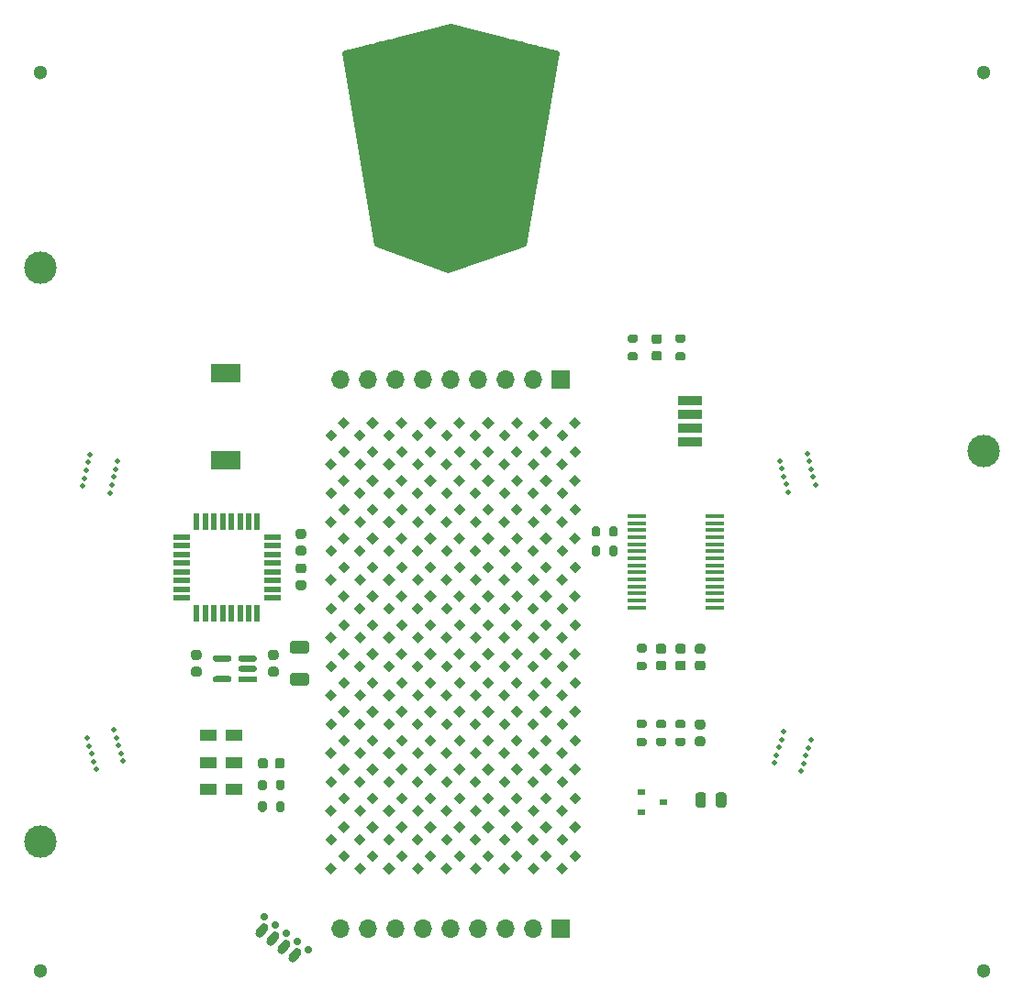
<source format=gbr>
G04 #@! TF.GenerationSoftware,KiCad,Pcbnew,(5.1.12-1-10_14)*
G04 #@! TF.CreationDate,2021-12-30T21:01:29-05:00*
G04 #@! TF.ProjectId,blinky,626c696e-6b79-42e6-9b69-6361645f7063,rev?*
G04 #@! TF.SameCoordinates,Original*
G04 #@! TF.FileFunction,Soldermask,Top*
G04 #@! TF.FilePolarity,Negative*
%FSLAX46Y46*%
G04 Gerber Fmt 4.6, Leading zero omitted, Abs format (unit mm)*
G04 Created by KiCad (PCBNEW (5.1.12-1-10_14)) date 2021-12-30 21:01:29*
%MOMM*%
%LPD*%
G01*
G04 APERTURE LIST*
%ADD10C,0.100000*%
%ADD11C,0.500000*%
%ADD12C,0.800000*%
%ADD13C,5.000000*%
%ADD14C,1.300000*%
%ADD15C,3.000000*%
%ADD16R,1.750000X0.450000*%
%ADD17R,1.755639X0.609807*%
%ADD18R,0.550000X1.500000*%
%ADD19R,1.500000X0.550000*%
%ADD20R,2.692400X1.701800*%
%ADD21R,1.600000X1.000000*%
%ADD22R,0.700000X0.600000*%
%ADD23O,1.700000X1.700000*%
%ADD24R,1.700000X1.700000*%
%ADD25C,0.700000*%
%ADD26R,2.200000X0.900000*%
%ADD27C,0.254000*%
G04 APERTURE END LIST*
D10*
G04 #@! TO.C,D1.11*
G36*
X92358424Y-135042972D02*
G01*
X91792739Y-134477287D01*
X92358424Y-133911602D01*
X92924109Y-134477287D01*
X92358424Y-135042972D01*
G37*
G36*
X93523000Y-133896355D02*
G01*
X92957315Y-133330670D01*
X93523000Y-132764985D01*
X94088685Y-133330670D01*
X93523000Y-133896355D01*
G37*
G04 #@! TD*
G04 #@! TO.C,D1.12*
G36*
X92358424Y-137709638D02*
G01*
X91792739Y-137143953D01*
X92358424Y-136578268D01*
X92924109Y-137143953D01*
X92358424Y-137709638D01*
G37*
G36*
X93523000Y-136563021D02*
G01*
X92957315Y-135997336D01*
X93523000Y-135431651D01*
X94088685Y-135997336D01*
X93523000Y-136563021D01*
G37*
G04 #@! TD*
G04 #@! TO.C,D1.1*
G36*
X92358424Y-108376312D02*
G01*
X91792739Y-107810627D01*
X92358424Y-107244942D01*
X92924109Y-107810627D01*
X92358424Y-108376312D01*
G37*
G36*
X93523000Y-107229695D02*
G01*
X92957315Y-106664010D01*
X93523000Y-106098325D01*
X94088685Y-106664010D01*
X93523000Y-107229695D01*
G37*
G04 #@! TD*
G04 #@! TO.C,D1.10*
G36*
X92358424Y-132376306D02*
G01*
X91792739Y-131810621D01*
X92358424Y-131244936D01*
X92924109Y-131810621D01*
X92358424Y-132376306D01*
G37*
G36*
X93523000Y-131229689D02*
G01*
X92957315Y-130664004D01*
X93523000Y-130098319D01*
X94088685Y-130664004D01*
X93523000Y-131229689D01*
G37*
G04 #@! TD*
G04 #@! TO.C,D1.13*
G36*
X92358424Y-140376304D02*
G01*
X91792739Y-139810619D01*
X92358424Y-139244934D01*
X92924109Y-139810619D01*
X92358424Y-140376304D01*
G37*
G36*
X93523000Y-139229687D02*
G01*
X92957315Y-138664002D01*
X93523000Y-138098317D01*
X94088685Y-138664002D01*
X93523000Y-139229687D01*
G37*
G04 #@! TD*
G04 #@! TO.C,D1.14*
G36*
X92358424Y-143042970D02*
G01*
X91792739Y-142477285D01*
X92358424Y-141911600D01*
X92924109Y-142477285D01*
X92358424Y-143042970D01*
G37*
G36*
X93523000Y-141896353D02*
G01*
X92957315Y-141330668D01*
X93523000Y-140764983D01*
X94088685Y-141330668D01*
X93523000Y-141896353D01*
G37*
G04 #@! TD*
G04 #@! TO.C,D1.9*
G36*
X92358424Y-129709640D02*
G01*
X91792739Y-129143955D01*
X92358424Y-128578270D01*
X92924109Y-129143955D01*
X92358424Y-129709640D01*
G37*
G36*
X93523000Y-128563023D02*
G01*
X92957315Y-127997338D01*
X93523000Y-127431653D01*
X94088685Y-127997338D01*
X93523000Y-128563023D01*
G37*
G04 #@! TD*
G04 #@! TO.C,D1.8*
G36*
X92358424Y-127042974D02*
G01*
X91792739Y-126477289D01*
X92358424Y-125911604D01*
X92924109Y-126477289D01*
X92358424Y-127042974D01*
G37*
G36*
X93523000Y-125896357D02*
G01*
X92957315Y-125330672D01*
X93523000Y-124764987D01*
X94088685Y-125330672D01*
X93523000Y-125896357D01*
G37*
G04 #@! TD*
G04 #@! TO.C,D1.7*
G36*
X92358424Y-124376308D02*
G01*
X91792739Y-123810623D01*
X92358424Y-123244938D01*
X92924109Y-123810623D01*
X92358424Y-124376308D01*
G37*
G36*
X93523000Y-123229691D02*
G01*
X92957315Y-122664006D01*
X93523000Y-122098321D01*
X94088685Y-122664006D01*
X93523000Y-123229691D01*
G37*
G04 #@! TD*
G04 #@! TO.C,D1.6*
G36*
X92358424Y-121709642D02*
G01*
X91792739Y-121143957D01*
X92358424Y-120578272D01*
X92924109Y-121143957D01*
X92358424Y-121709642D01*
G37*
G36*
X93523000Y-120563025D02*
G01*
X92957315Y-119997340D01*
X93523000Y-119431655D01*
X94088685Y-119997340D01*
X93523000Y-120563025D01*
G37*
G04 #@! TD*
G04 #@! TO.C,D1.15*
G36*
X92358424Y-145709636D02*
G01*
X91792739Y-145143951D01*
X92358424Y-144578266D01*
X92924109Y-145143951D01*
X92358424Y-145709636D01*
G37*
G36*
X93523000Y-144563019D02*
G01*
X92957315Y-143997334D01*
X93523000Y-143431649D01*
X94088685Y-143997334D01*
X93523000Y-144563019D01*
G37*
G04 #@! TD*
G04 #@! TO.C,D1.5*
G36*
X92358424Y-119042976D02*
G01*
X91792739Y-118477291D01*
X92358424Y-117911606D01*
X92924109Y-118477291D01*
X92358424Y-119042976D01*
G37*
G36*
X93523000Y-117896359D02*
G01*
X92957315Y-117330674D01*
X93523000Y-116764989D01*
X94088685Y-117330674D01*
X93523000Y-117896359D01*
G37*
G04 #@! TD*
G04 #@! TO.C,D1.4*
G36*
X92358424Y-116376310D02*
G01*
X91792739Y-115810625D01*
X92358424Y-115244940D01*
X92924109Y-115810625D01*
X92358424Y-116376310D01*
G37*
G36*
X93523000Y-115229693D02*
G01*
X92957315Y-114664008D01*
X93523000Y-114098323D01*
X94088685Y-114664008D01*
X93523000Y-115229693D01*
G37*
G04 #@! TD*
G04 #@! TO.C,D1.3*
G36*
X92358424Y-113709644D02*
G01*
X91792739Y-113143959D01*
X92358424Y-112578274D01*
X92924109Y-113143959D01*
X92358424Y-113709644D01*
G37*
G36*
X93523000Y-112563027D02*
G01*
X92957315Y-111997342D01*
X93523000Y-111431657D01*
X94088685Y-111997342D01*
X93523000Y-112563027D01*
G37*
G04 #@! TD*
G04 #@! TO.C,D1.16*
G36*
X92358424Y-148376302D02*
G01*
X91792739Y-147810617D01*
X92358424Y-147244932D01*
X92924109Y-147810617D01*
X92358424Y-148376302D01*
G37*
G36*
X93523000Y-147229685D02*
G01*
X92957315Y-146664000D01*
X93523000Y-146098315D01*
X94088685Y-146664000D01*
X93523000Y-147229685D01*
G37*
G04 #@! TD*
G04 #@! TO.C,D1.2*
G36*
X92358424Y-111042978D02*
G01*
X91792739Y-110477293D01*
X92358424Y-109911608D01*
X92924109Y-110477293D01*
X92358424Y-111042978D01*
G37*
G36*
X93523000Y-109896361D02*
G01*
X92957315Y-109330676D01*
X93523000Y-108764991D01*
X94088685Y-109330676D01*
X93523000Y-109896361D01*
G37*
G04 #@! TD*
G04 #@! TO.C,D2.11*
G36*
X89688424Y-135042972D02*
G01*
X89122739Y-134477287D01*
X89688424Y-133911602D01*
X90254109Y-134477287D01*
X89688424Y-135042972D01*
G37*
G36*
X90853000Y-133896355D02*
G01*
X90287315Y-133330670D01*
X90853000Y-132764985D01*
X91418685Y-133330670D01*
X90853000Y-133896355D01*
G37*
G04 #@! TD*
G04 #@! TO.C,D2.14*
G36*
X89688424Y-143042970D02*
G01*
X89122739Y-142477285D01*
X89688424Y-141911600D01*
X90254109Y-142477285D01*
X89688424Y-143042970D01*
G37*
G36*
X90853000Y-141896353D02*
G01*
X90287315Y-141330668D01*
X90853000Y-140764983D01*
X91418685Y-141330668D01*
X90853000Y-141896353D01*
G37*
G04 #@! TD*
G04 #@! TO.C,D2.1*
G36*
X89688424Y-108376312D02*
G01*
X89122739Y-107810627D01*
X89688424Y-107244942D01*
X90254109Y-107810627D01*
X89688424Y-108376312D01*
G37*
G36*
X90853000Y-107229695D02*
G01*
X90287315Y-106664010D01*
X90853000Y-106098325D01*
X91418685Y-106664010D01*
X90853000Y-107229695D01*
G37*
G04 #@! TD*
G04 #@! TO.C,D2.2*
G36*
X89688424Y-111042978D02*
G01*
X89122739Y-110477293D01*
X89688424Y-109911608D01*
X90254109Y-110477293D01*
X89688424Y-111042978D01*
G37*
G36*
X90853000Y-109896361D02*
G01*
X90287315Y-109330676D01*
X90853000Y-108764991D01*
X91418685Y-109330676D01*
X90853000Y-109896361D01*
G37*
G04 #@! TD*
G04 #@! TO.C,D2.3*
G36*
X89688424Y-113709644D02*
G01*
X89122739Y-113143959D01*
X89688424Y-112578274D01*
X90254109Y-113143959D01*
X89688424Y-113709644D01*
G37*
G36*
X90853000Y-112563027D02*
G01*
X90287315Y-111997342D01*
X90853000Y-111431657D01*
X91418685Y-111997342D01*
X90853000Y-112563027D01*
G37*
G04 #@! TD*
G04 #@! TO.C,D2.13*
G36*
X89688424Y-140376304D02*
G01*
X89122739Y-139810619D01*
X89688424Y-139244934D01*
X90254109Y-139810619D01*
X89688424Y-140376304D01*
G37*
G36*
X90853000Y-139229687D02*
G01*
X90287315Y-138664002D01*
X90853000Y-138098317D01*
X91418685Y-138664002D01*
X90853000Y-139229687D01*
G37*
G04 #@! TD*
G04 #@! TO.C,D2.10*
G36*
X89688424Y-132376306D02*
G01*
X89122739Y-131810621D01*
X89688424Y-131244936D01*
X90254109Y-131810621D01*
X89688424Y-132376306D01*
G37*
G36*
X90853000Y-131229689D02*
G01*
X90287315Y-130664004D01*
X90853000Y-130098319D01*
X91418685Y-130664004D01*
X90853000Y-131229689D01*
G37*
G04 #@! TD*
G04 #@! TO.C,D2.15*
G36*
X89688424Y-145709636D02*
G01*
X89122739Y-145143951D01*
X89688424Y-144578266D01*
X90254109Y-145143951D01*
X89688424Y-145709636D01*
G37*
G36*
X90853000Y-144563019D02*
G01*
X90287315Y-143997334D01*
X90853000Y-143431649D01*
X91418685Y-143997334D01*
X90853000Y-144563019D01*
G37*
G04 #@! TD*
G04 #@! TO.C,D2.12*
G36*
X89688424Y-137709638D02*
G01*
X89122739Y-137143953D01*
X89688424Y-136578268D01*
X90254109Y-137143953D01*
X89688424Y-137709638D01*
G37*
G36*
X90853000Y-136563021D02*
G01*
X90287315Y-135997336D01*
X90853000Y-135431651D01*
X91418685Y-135997336D01*
X90853000Y-136563021D01*
G37*
G04 #@! TD*
G04 #@! TO.C,D2.4*
G36*
X89688424Y-116376310D02*
G01*
X89122739Y-115810625D01*
X89688424Y-115244940D01*
X90254109Y-115810625D01*
X89688424Y-116376310D01*
G37*
G36*
X90853000Y-115229693D02*
G01*
X90287315Y-114664008D01*
X90853000Y-114098323D01*
X91418685Y-114664008D01*
X90853000Y-115229693D01*
G37*
G04 #@! TD*
G04 #@! TO.C,D2.5*
G36*
X89688424Y-119042976D02*
G01*
X89122739Y-118477291D01*
X89688424Y-117911606D01*
X90254109Y-118477291D01*
X89688424Y-119042976D01*
G37*
G36*
X90853000Y-117896359D02*
G01*
X90287315Y-117330674D01*
X90853000Y-116764989D01*
X91418685Y-117330674D01*
X90853000Y-117896359D01*
G37*
G04 #@! TD*
G04 #@! TO.C,D2.6*
G36*
X89688424Y-121709642D02*
G01*
X89122739Y-121143957D01*
X89688424Y-120578272D01*
X90254109Y-121143957D01*
X89688424Y-121709642D01*
G37*
G36*
X90853000Y-120563025D02*
G01*
X90287315Y-119997340D01*
X90853000Y-119431655D01*
X91418685Y-119997340D01*
X90853000Y-120563025D01*
G37*
G04 #@! TD*
G04 #@! TO.C,D2.7*
G36*
X89688424Y-124376308D02*
G01*
X89122739Y-123810623D01*
X89688424Y-123244938D01*
X90254109Y-123810623D01*
X89688424Y-124376308D01*
G37*
G36*
X90853000Y-123229691D02*
G01*
X90287315Y-122664006D01*
X90853000Y-122098321D01*
X91418685Y-122664006D01*
X90853000Y-123229691D01*
G37*
G04 #@! TD*
G04 #@! TO.C,D2.8*
G36*
X89688424Y-127042974D02*
G01*
X89122739Y-126477289D01*
X89688424Y-125911604D01*
X90254109Y-126477289D01*
X89688424Y-127042974D01*
G37*
G36*
X90853000Y-125896357D02*
G01*
X90287315Y-125330672D01*
X90853000Y-124764987D01*
X91418685Y-125330672D01*
X90853000Y-125896357D01*
G37*
G04 #@! TD*
G04 #@! TO.C,D2.9*
G36*
X89688424Y-129709640D02*
G01*
X89122739Y-129143955D01*
X89688424Y-128578270D01*
X90254109Y-129143955D01*
X89688424Y-129709640D01*
G37*
G36*
X90853000Y-128563023D02*
G01*
X90287315Y-127997338D01*
X90853000Y-127431653D01*
X91418685Y-127997338D01*
X90853000Y-128563023D01*
G37*
G04 #@! TD*
G04 #@! TO.C,D2.16*
G36*
X89688424Y-148376302D02*
G01*
X89122739Y-147810617D01*
X89688424Y-147244932D01*
X90254109Y-147810617D01*
X89688424Y-148376302D01*
G37*
G36*
X90853000Y-147229685D02*
G01*
X90287315Y-146664000D01*
X90853000Y-146098315D01*
X91418685Y-146664000D01*
X90853000Y-147229685D01*
G37*
G04 #@! TD*
G04 #@! TO.C,D3.16*
G36*
X87018424Y-148376302D02*
G01*
X86452739Y-147810617D01*
X87018424Y-147244932D01*
X87584109Y-147810617D01*
X87018424Y-148376302D01*
G37*
G36*
X88183000Y-147229685D02*
G01*
X87617315Y-146664000D01*
X88183000Y-146098315D01*
X88748685Y-146664000D01*
X88183000Y-147229685D01*
G37*
G04 #@! TD*
G04 #@! TO.C,D3.11*
G36*
X87018424Y-135042972D02*
G01*
X86452739Y-134477287D01*
X87018424Y-133911602D01*
X87584109Y-134477287D01*
X87018424Y-135042972D01*
G37*
G36*
X88183000Y-133896355D02*
G01*
X87617315Y-133330670D01*
X88183000Y-132764985D01*
X88748685Y-133330670D01*
X88183000Y-133896355D01*
G37*
G04 #@! TD*
G04 #@! TO.C,D3.10*
G36*
X87018424Y-132376306D02*
G01*
X86452739Y-131810621D01*
X87018424Y-131244936D01*
X87584109Y-131810621D01*
X87018424Y-132376306D01*
G37*
G36*
X88183000Y-131229689D02*
G01*
X87617315Y-130664004D01*
X88183000Y-130098319D01*
X88748685Y-130664004D01*
X88183000Y-131229689D01*
G37*
G04 #@! TD*
G04 #@! TO.C,D3.9*
G36*
X87018424Y-129709640D02*
G01*
X86452739Y-129143955D01*
X87018424Y-128578270D01*
X87584109Y-129143955D01*
X87018424Y-129709640D01*
G37*
G36*
X88183000Y-128563023D02*
G01*
X87617315Y-127997338D01*
X88183000Y-127431653D01*
X88748685Y-127997338D01*
X88183000Y-128563023D01*
G37*
G04 #@! TD*
G04 #@! TO.C,D3.8*
G36*
X87018424Y-127042974D02*
G01*
X86452739Y-126477289D01*
X87018424Y-125911604D01*
X87584109Y-126477289D01*
X87018424Y-127042974D01*
G37*
G36*
X88183000Y-125896357D02*
G01*
X87617315Y-125330672D01*
X88183000Y-124764987D01*
X88748685Y-125330672D01*
X88183000Y-125896357D01*
G37*
G04 #@! TD*
G04 #@! TO.C,D3.7*
G36*
X87018424Y-124376308D02*
G01*
X86452739Y-123810623D01*
X87018424Y-123244938D01*
X87584109Y-123810623D01*
X87018424Y-124376308D01*
G37*
G36*
X88183000Y-123229691D02*
G01*
X87617315Y-122664006D01*
X88183000Y-122098321D01*
X88748685Y-122664006D01*
X88183000Y-123229691D01*
G37*
G04 #@! TD*
G04 #@! TO.C,D3.6*
G36*
X87018424Y-121709642D02*
G01*
X86452739Y-121143957D01*
X87018424Y-120578272D01*
X87584109Y-121143957D01*
X87018424Y-121709642D01*
G37*
G36*
X88183000Y-120563025D02*
G01*
X87617315Y-119997340D01*
X88183000Y-119431655D01*
X88748685Y-119997340D01*
X88183000Y-120563025D01*
G37*
G04 #@! TD*
G04 #@! TO.C,D3.15*
G36*
X87018424Y-145709636D02*
G01*
X86452739Y-145143951D01*
X87018424Y-144578266D01*
X87584109Y-145143951D01*
X87018424Y-145709636D01*
G37*
G36*
X88183000Y-144563019D02*
G01*
X87617315Y-143997334D01*
X88183000Y-143431649D01*
X88748685Y-143997334D01*
X88183000Y-144563019D01*
G37*
G04 #@! TD*
G04 #@! TO.C,D3.5*
G36*
X87018424Y-119042976D02*
G01*
X86452739Y-118477291D01*
X87018424Y-117911606D01*
X87584109Y-118477291D01*
X87018424Y-119042976D01*
G37*
G36*
X88183000Y-117896359D02*
G01*
X87617315Y-117330674D01*
X88183000Y-116764989D01*
X88748685Y-117330674D01*
X88183000Y-117896359D01*
G37*
G04 #@! TD*
G04 #@! TO.C,D3.4*
G36*
X87018424Y-116376310D02*
G01*
X86452739Y-115810625D01*
X87018424Y-115244940D01*
X87584109Y-115810625D01*
X87018424Y-116376310D01*
G37*
G36*
X88183000Y-115229693D02*
G01*
X87617315Y-114664008D01*
X88183000Y-114098323D01*
X88748685Y-114664008D01*
X88183000Y-115229693D01*
G37*
G04 #@! TD*
G04 #@! TO.C,D3.2*
G36*
X87018424Y-111042978D02*
G01*
X86452739Y-110477293D01*
X87018424Y-109911608D01*
X87584109Y-110477293D01*
X87018424Y-111042978D01*
G37*
G36*
X88183000Y-109896361D02*
G01*
X87617315Y-109330676D01*
X88183000Y-108764991D01*
X88748685Y-109330676D01*
X88183000Y-109896361D01*
G37*
G04 #@! TD*
G04 #@! TO.C,D3.1*
G36*
X87018424Y-108376312D02*
G01*
X86452739Y-107810627D01*
X87018424Y-107244942D01*
X87584109Y-107810627D01*
X87018424Y-108376312D01*
G37*
G36*
X88183000Y-107229695D02*
G01*
X87617315Y-106664010D01*
X88183000Y-106098325D01*
X88748685Y-106664010D01*
X88183000Y-107229695D01*
G37*
G04 #@! TD*
G04 #@! TO.C,D3.12*
G36*
X87018424Y-137709638D02*
G01*
X86452739Y-137143953D01*
X87018424Y-136578268D01*
X87584109Y-137143953D01*
X87018424Y-137709638D01*
G37*
G36*
X88183000Y-136563021D02*
G01*
X87617315Y-135997336D01*
X88183000Y-135431651D01*
X88748685Y-135997336D01*
X88183000Y-136563021D01*
G37*
G04 #@! TD*
G04 #@! TO.C,D3.13*
G36*
X87018424Y-140376304D02*
G01*
X86452739Y-139810619D01*
X87018424Y-139244934D01*
X87584109Y-139810619D01*
X87018424Y-140376304D01*
G37*
G36*
X88183000Y-139229687D02*
G01*
X87617315Y-138664002D01*
X88183000Y-138098317D01*
X88748685Y-138664002D01*
X88183000Y-139229687D01*
G37*
G04 #@! TD*
G04 #@! TO.C,D3.14*
G36*
X87018424Y-143042970D02*
G01*
X86452739Y-142477285D01*
X87018424Y-141911600D01*
X87584109Y-142477285D01*
X87018424Y-143042970D01*
G37*
G36*
X88183000Y-141896353D02*
G01*
X87617315Y-141330668D01*
X88183000Y-140764983D01*
X88748685Y-141330668D01*
X88183000Y-141896353D01*
G37*
G04 #@! TD*
G04 #@! TO.C,D4.16*
G36*
X84358424Y-148376302D02*
G01*
X83792739Y-147810617D01*
X84358424Y-147244932D01*
X84924109Y-147810617D01*
X84358424Y-148376302D01*
G37*
G36*
X85523000Y-147229685D02*
G01*
X84957315Y-146664000D01*
X85523000Y-146098315D01*
X86088685Y-146664000D01*
X85523000Y-147229685D01*
G37*
G04 #@! TD*
G04 #@! TO.C,D4.11*
G36*
X84358424Y-135042972D02*
G01*
X83792739Y-134477287D01*
X84358424Y-133911602D01*
X84924109Y-134477287D01*
X84358424Y-135042972D01*
G37*
G36*
X85523000Y-133896355D02*
G01*
X84957315Y-133330670D01*
X85523000Y-132764985D01*
X86088685Y-133330670D01*
X85523000Y-133896355D01*
G37*
G04 #@! TD*
G04 #@! TO.C,D4.10*
G36*
X84358424Y-132376306D02*
G01*
X83792739Y-131810621D01*
X84358424Y-131244936D01*
X84924109Y-131810621D01*
X84358424Y-132376306D01*
G37*
G36*
X85523000Y-131229689D02*
G01*
X84957315Y-130664004D01*
X85523000Y-130098319D01*
X86088685Y-130664004D01*
X85523000Y-131229689D01*
G37*
G04 #@! TD*
G04 #@! TO.C,D4.9*
G36*
X84358424Y-129709640D02*
G01*
X83792739Y-129143955D01*
X84358424Y-128578270D01*
X84924109Y-129143955D01*
X84358424Y-129709640D01*
G37*
G36*
X85523000Y-128563023D02*
G01*
X84957315Y-127997338D01*
X85523000Y-127431653D01*
X86088685Y-127997338D01*
X85523000Y-128563023D01*
G37*
G04 #@! TD*
G04 #@! TO.C,D4.8*
G36*
X84358424Y-127042974D02*
G01*
X83792739Y-126477289D01*
X84358424Y-125911604D01*
X84924109Y-126477289D01*
X84358424Y-127042974D01*
G37*
G36*
X85523000Y-125896357D02*
G01*
X84957315Y-125330672D01*
X85523000Y-124764987D01*
X86088685Y-125330672D01*
X85523000Y-125896357D01*
G37*
G04 #@! TD*
G04 #@! TO.C,D4.7*
G36*
X84358424Y-124376308D02*
G01*
X83792739Y-123810623D01*
X84358424Y-123244938D01*
X84924109Y-123810623D01*
X84358424Y-124376308D01*
G37*
G36*
X85523000Y-123229691D02*
G01*
X84957315Y-122664006D01*
X85523000Y-122098321D01*
X86088685Y-122664006D01*
X85523000Y-123229691D01*
G37*
G04 #@! TD*
G04 #@! TO.C,D4.6*
G36*
X84358424Y-121709642D02*
G01*
X83792739Y-121143957D01*
X84358424Y-120578272D01*
X84924109Y-121143957D01*
X84358424Y-121709642D01*
G37*
G36*
X85523000Y-120563025D02*
G01*
X84957315Y-119997340D01*
X85523000Y-119431655D01*
X86088685Y-119997340D01*
X85523000Y-120563025D01*
G37*
G04 #@! TD*
G04 #@! TO.C,D4.15*
G36*
X84358424Y-145709636D02*
G01*
X83792739Y-145143951D01*
X84358424Y-144578266D01*
X84924109Y-145143951D01*
X84358424Y-145709636D01*
G37*
G36*
X85523000Y-144563019D02*
G01*
X84957315Y-143997334D01*
X85523000Y-143431649D01*
X86088685Y-143997334D01*
X85523000Y-144563019D01*
G37*
G04 #@! TD*
G04 #@! TO.C,D4.5*
G36*
X84358424Y-119042976D02*
G01*
X83792739Y-118477291D01*
X84358424Y-117911606D01*
X84924109Y-118477291D01*
X84358424Y-119042976D01*
G37*
G36*
X85523000Y-117896359D02*
G01*
X84957315Y-117330674D01*
X85523000Y-116764989D01*
X86088685Y-117330674D01*
X85523000Y-117896359D01*
G37*
G04 #@! TD*
G04 #@! TO.C,D4.4*
G36*
X84358424Y-116376310D02*
G01*
X83792739Y-115810625D01*
X84358424Y-115244940D01*
X84924109Y-115810625D01*
X84358424Y-116376310D01*
G37*
G36*
X85523000Y-115229693D02*
G01*
X84957315Y-114664008D01*
X85523000Y-114098323D01*
X86088685Y-114664008D01*
X85523000Y-115229693D01*
G37*
G04 #@! TD*
G04 #@! TO.C,D4.3*
G36*
X84358424Y-113709644D02*
G01*
X83792739Y-113143959D01*
X84358424Y-112578274D01*
X84924109Y-113143959D01*
X84358424Y-113709644D01*
G37*
G36*
X85523000Y-112563027D02*
G01*
X84957315Y-111997342D01*
X85523000Y-111431657D01*
X86088685Y-111997342D01*
X85523000Y-112563027D01*
G37*
G04 #@! TD*
G04 #@! TO.C,D4.2*
G36*
X84358424Y-111042978D02*
G01*
X83792739Y-110477293D01*
X84358424Y-109911608D01*
X84924109Y-110477293D01*
X84358424Y-111042978D01*
G37*
G36*
X85523000Y-109896361D02*
G01*
X84957315Y-109330676D01*
X85523000Y-108764991D01*
X86088685Y-109330676D01*
X85523000Y-109896361D01*
G37*
G04 #@! TD*
G04 #@! TO.C,D4.1*
G36*
X84358424Y-108376312D02*
G01*
X83792739Y-107810627D01*
X84358424Y-107244942D01*
X84924109Y-107810627D01*
X84358424Y-108376312D01*
G37*
G36*
X85523000Y-107229695D02*
G01*
X84957315Y-106664010D01*
X85523000Y-106098325D01*
X86088685Y-106664010D01*
X85523000Y-107229695D01*
G37*
G04 #@! TD*
G04 #@! TO.C,D4.12*
G36*
X84358424Y-137709638D02*
G01*
X83792739Y-137143953D01*
X84358424Y-136578268D01*
X84924109Y-137143953D01*
X84358424Y-137709638D01*
G37*
G36*
X85523000Y-136563021D02*
G01*
X84957315Y-135997336D01*
X85523000Y-135431651D01*
X86088685Y-135997336D01*
X85523000Y-136563021D01*
G37*
G04 #@! TD*
G04 #@! TO.C,D4.13*
G36*
X84358424Y-140376304D02*
G01*
X83792739Y-139810619D01*
X84358424Y-139244934D01*
X84924109Y-139810619D01*
X84358424Y-140376304D01*
G37*
G36*
X85523000Y-139229687D02*
G01*
X84957315Y-138664002D01*
X85523000Y-138098317D01*
X86088685Y-138664002D01*
X85523000Y-139229687D01*
G37*
G04 #@! TD*
G04 #@! TO.C,D4.14*
G36*
X84358424Y-143042970D02*
G01*
X83792739Y-142477285D01*
X84358424Y-141911600D01*
X84924109Y-142477285D01*
X84358424Y-143042970D01*
G37*
G36*
X85523000Y-141896353D02*
G01*
X84957315Y-141330668D01*
X85523000Y-140764983D01*
X86088685Y-141330668D01*
X85523000Y-141896353D01*
G37*
G04 #@! TD*
G04 #@! TO.C,D5.16*
G36*
X81688424Y-148376302D02*
G01*
X81122739Y-147810617D01*
X81688424Y-147244932D01*
X82254109Y-147810617D01*
X81688424Y-148376302D01*
G37*
G36*
X82853000Y-147229685D02*
G01*
X82287315Y-146664000D01*
X82853000Y-146098315D01*
X83418685Y-146664000D01*
X82853000Y-147229685D01*
G37*
G04 #@! TD*
G04 #@! TO.C,D5.11*
G36*
X81688424Y-135042972D02*
G01*
X81122739Y-134477287D01*
X81688424Y-133911602D01*
X82254109Y-134477287D01*
X81688424Y-135042972D01*
G37*
G36*
X82853000Y-133896355D02*
G01*
X82287315Y-133330670D01*
X82853000Y-132764985D01*
X83418685Y-133330670D01*
X82853000Y-133896355D01*
G37*
G04 #@! TD*
G04 #@! TO.C,D5.10*
G36*
X81688424Y-132376306D02*
G01*
X81122739Y-131810621D01*
X81688424Y-131244936D01*
X82254109Y-131810621D01*
X81688424Y-132376306D01*
G37*
G36*
X82853000Y-131229689D02*
G01*
X82287315Y-130664004D01*
X82853000Y-130098319D01*
X83418685Y-130664004D01*
X82853000Y-131229689D01*
G37*
G04 #@! TD*
G04 #@! TO.C,D5.9*
G36*
X81688424Y-129709640D02*
G01*
X81122739Y-129143955D01*
X81688424Y-128578270D01*
X82254109Y-129143955D01*
X81688424Y-129709640D01*
G37*
G36*
X82853000Y-128563023D02*
G01*
X82287315Y-127997338D01*
X82853000Y-127431653D01*
X83418685Y-127997338D01*
X82853000Y-128563023D01*
G37*
G04 #@! TD*
G04 #@! TO.C,D5.8*
G36*
X81688424Y-127042974D02*
G01*
X81122739Y-126477289D01*
X81688424Y-125911604D01*
X82254109Y-126477289D01*
X81688424Y-127042974D01*
G37*
G36*
X82853000Y-125896357D02*
G01*
X82287315Y-125330672D01*
X82853000Y-124764987D01*
X83418685Y-125330672D01*
X82853000Y-125896357D01*
G37*
G04 #@! TD*
G04 #@! TO.C,D5.7*
G36*
X81688424Y-124376308D02*
G01*
X81122739Y-123810623D01*
X81688424Y-123244938D01*
X82254109Y-123810623D01*
X81688424Y-124376308D01*
G37*
G36*
X82853000Y-123229691D02*
G01*
X82287315Y-122664006D01*
X82853000Y-122098321D01*
X83418685Y-122664006D01*
X82853000Y-123229691D01*
G37*
G04 #@! TD*
G04 #@! TO.C,D5.6*
G36*
X81688424Y-121709642D02*
G01*
X81122739Y-121143957D01*
X81688424Y-120578272D01*
X82254109Y-121143957D01*
X81688424Y-121709642D01*
G37*
G36*
X82853000Y-120563025D02*
G01*
X82287315Y-119997340D01*
X82853000Y-119431655D01*
X83418685Y-119997340D01*
X82853000Y-120563025D01*
G37*
G04 #@! TD*
G04 #@! TO.C,D5.15*
G36*
X81688424Y-145709636D02*
G01*
X81122739Y-145143951D01*
X81688424Y-144578266D01*
X82254109Y-145143951D01*
X81688424Y-145709636D01*
G37*
G36*
X82853000Y-144563019D02*
G01*
X82287315Y-143997334D01*
X82853000Y-143431649D01*
X83418685Y-143997334D01*
X82853000Y-144563019D01*
G37*
G04 #@! TD*
G04 #@! TO.C,D5.5*
G36*
X81688424Y-119042976D02*
G01*
X81122739Y-118477291D01*
X81688424Y-117911606D01*
X82254109Y-118477291D01*
X81688424Y-119042976D01*
G37*
G36*
X82853000Y-117896359D02*
G01*
X82287315Y-117330674D01*
X82853000Y-116764989D01*
X83418685Y-117330674D01*
X82853000Y-117896359D01*
G37*
G04 #@! TD*
G04 #@! TO.C,D5.4*
G36*
X81688424Y-116376310D02*
G01*
X81122739Y-115810625D01*
X81688424Y-115244940D01*
X82254109Y-115810625D01*
X81688424Y-116376310D01*
G37*
G36*
X82853000Y-115229693D02*
G01*
X82287315Y-114664008D01*
X82853000Y-114098323D01*
X83418685Y-114664008D01*
X82853000Y-115229693D01*
G37*
G04 #@! TD*
G04 #@! TO.C,D5.3*
G36*
X81688424Y-113709644D02*
G01*
X81122739Y-113143959D01*
X81688424Y-112578274D01*
X82254109Y-113143959D01*
X81688424Y-113709644D01*
G37*
G36*
X82853000Y-112563027D02*
G01*
X82287315Y-111997342D01*
X82853000Y-111431657D01*
X83418685Y-111997342D01*
X82853000Y-112563027D01*
G37*
G04 #@! TD*
G04 #@! TO.C,D5.2*
G36*
X81688424Y-111042978D02*
G01*
X81122739Y-110477293D01*
X81688424Y-109911608D01*
X82254109Y-110477293D01*
X81688424Y-111042978D01*
G37*
G36*
X82853000Y-109896361D02*
G01*
X82287315Y-109330676D01*
X82853000Y-108764991D01*
X83418685Y-109330676D01*
X82853000Y-109896361D01*
G37*
G04 #@! TD*
G04 #@! TO.C,D5.1*
G36*
X81688424Y-108376312D02*
G01*
X81122739Y-107810627D01*
X81688424Y-107244942D01*
X82254109Y-107810627D01*
X81688424Y-108376312D01*
G37*
G36*
X82853000Y-107229695D02*
G01*
X82287315Y-106664010D01*
X82853000Y-106098325D01*
X83418685Y-106664010D01*
X82853000Y-107229695D01*
G37*
G04 #@! TD*
G04 #@! TO.C,D5.12*
G36*
X81688424Y-137709638D02*
G01*
X81122739Y-137143953D01*
X81688424Y-136578268D01*
X82254109Y-137143953D01*
X81688424Y-137709638D01*
G37*
G36*
X82853000Y-136563021D02*
G01*
X82287315Y-135997336D01*
X82853000Y-135431651D01*
X83418685Y-135997336D01*
X82853000Y-136563021D01*
G37*
G04 #@! TD*
G04 #@! TO.C,D5.13*
G36*
X81688424Y-140376304D02*
G01*
X81122739Y-139810619D01*
X81688424Y-139244934D01*
X82254109Y-139810619D01*
X81688424Y-140376304D01*
G37*
G36*
X82853000Y-139229687D02*
G01*
X82287315Y-138664002D01*
X82853000Y-138098317D01*
X83418685Y-138664002D01*
X82853000Y-139229687D01*
G37*
G04 #@! TD*
G04 #@! TO.C,D5.14*
G36*
X81688424Y-143042970D02*
G01*
X81122739Y-142477285D01*
X81688424Y-141911600D01*
X82254109Y-142477285D01*
X81688424Y-143042970D01*
G37*
G36*
X82853000Y-141896353D02*
G01*
X82287315Y-141330668D01*
X82853000Y-140764983D01*
X83418685Y-141330668D01*
X82853000Y-141896353D01*
G37*
G04 #@! TD*
G04 #@! TO.C,D6.16*
G36*
X79018424Y-148376302D02*
G01*
X78452739Y-147810617D01*
X79018424Y-147244932D01*
X79584109Y-147810617D01*
X79018424Y-148376302D01*
G37*
G36*
X80183000Y-147229685D02*
G01*
X79617315Y-146664000D01*
X80183000Y-146098315D01*
X80748685Y-146664000D01*
X80183000Y-147229685D01*
G37*
G04 #@! TD*
G04 #@! TO.C,D6.11*
G36*
X79018424Y-135042972D02*
G01*
X78452739Y-134477287D01*
X79018424Y-133911602D01*
X79584109Y-134477287D01*
X79018424Y-135042972D01*
G37*
G36*
X80183000Y-133896355D02*
G01*
X79617315Y-133330670D01*
X80183000Y-132764985D01*
X80748685Y-133330670D01*
X80183000Y-133896355D01*
G37*
G04 #@! TD*
G04 #@! TO.C,D6.10*
G36*
X79018424Y-132376306D02*
G01*
X78452739Y-131810621D01*
X79018424Y-131244936D01*
X79584109Y-131810621D01*
X79018424Y-132376306D01*
G37*
G36*
X80183000Y-131229689D02*
G01*
X79617315Y-130664004D01*
X80183000Y-130098319D01*
X80748685Y-130664004D01*
X80183000Y-131229689D01*
G37*
G04 #@! TD*
G04 #@! TO.C,D6.9*
G36*
X79018424Y-129709640D02*
G01*
X78452739Y-129143955D01*
X79018424Y-128578270D01*
X79584109Y-129143955D01*
X79018424Y-129709640D01*
G37*
G36*
X80183000Y-128563023D02*
G01*
X79617315Y-127997338D01*
X80183000Y-127431653D01*
X80748685Y-127997338D01*
X80183000Y-128563023D01*
G37*
G04 #@! TD*
G04 #@! TO.C,D6.8*
G36*
X79018424Y-127042974D02*
G01*
X78452739Y-126477289D01*
X79018424Y-125911604D01*
X79584109Y-126477289D01*
X79018424Y-127042974D01*
G37*
G36*
X80183000Y-125896357D02*
G01*
X79617315Y-125330672D01*
X80183000Y-124764987D01*
X80748685Y-125330672D01*
X80183000Y-125896357D01*
G37*
G04 #@! TD*
G04 #@! TO.C,D6.7*
G36*
X79018424Y-124376308D02*
G01*
X78452739Y-123810623D01*
X79018424Y-123244938D01*
X79584109Y-123810623D01*
X79018424Y-124376308D01*
G37*
G36*
X80183000Y-123229691D02*
G01*
X79617315Y-122664006D01*
X80183000Y-122098321D01*
X80748685Y-122664006D01*
X80183000Y-123229691D01*
G37*
G04 #@! TD*
G04 #@! TO.C,D6.6*
G36*
X79018424Y-121709642D02*
G01*
X78452739Y-121143957D01*
X79018424Y-120578272D01*
X79584109Y-121143957D01*
X79018424Y-121709642D01*
G37*
G36*
X80183000Y-120563025D02*
G01*
X79617315Y-119997340D01*
X80183000Y-119431655D01*
X80748685Y-119997340D01*
X80183000Y-120563025D01*
G37*
G04 #@! TD*
G04 #@! TO.C,D6.15*
G36*
X79018424Y-145709636D02*
G01*
X78452739Y-145143951D01*
X79018424Y-144578266D01*
X79584109Y-145143951D01*
X79018424Y-145709636D01*
G37*
G36*
X80183000Y-144563019D02*
G01*
X79617315Y-143997334D01*
X80183000Y-143431649D01*
X80748685Y-143997334D01*
X80183000Y-144563019D01*
G37*
G04 #@! TD*
G04 #@! TO.C,D6.5*
G36*
X79018424Y-119042976D02*
G01*
X78452739Y-118477291D01*
X79018424Y-117911606D01*
X79584109Y-118477291D01*
X79018424Y-119042976D01*
G37*
G36*
X80183000Y-117896359D02*
G01*
X79617315Y-117330674D01*
X80183000Y-116764989D01*
X80748685Y-117330674D01*
X80183000Y-117896359D01*
G37*
G04 #@! TD*
G04 #@! TO.C,D6.4*
G36*
X79018424Y-116376310D02*
G01*
X78452739Y-115810625D01*
X79018424Y-115244940D01*
X79584109Y-115810625D01*
X79018424Y-116376310D01*
G37*
G36*
X80183000Y-115229693D02*
G01*
X79617315Y-114664008D01*
X80183000Y-114098323D01*
X80748685Y-114664008D01*
X80183000Y-115229693D01*
G37*
G04 #@! TD*
G04 #@! TO.C,D6.3*
G36*
X79018424Y-113709644D02*
G01*
X78452739Y-113143959D01*
X79018424Y-112578274D01*
X79584109Y-113143959D01*
X79018424Y-113709644D01*
G37*
G36*
X80183000Y-112563027D02*
G01*
X79617315Y-111997342D01*
X80183000Y-111431657D01*
X80748685Y-111997342D01*
X80183000Y-112563027D01*
G37*
G04 #@! TD*
G04 #@! TO.C,D6.2*
G36*
X79018424Y-111042978D02*
G01*
X78452739Y-110477293D01*
X79018424Y-109911608D01*
X79584109Y-110477293D01*
X79018424Y-111042978D01*
G37*
G36*
X80183000Y-109896361D02*
G01*
X79617315Y-109330676D01*
X80183000Y-108764991D01*
X80748685Y-109330676D01*
X80183000Y-109896361D01*
G37*
G04 #@! TD*
G04 #@! TO.C,D6.1*
G36*
X79018424Y-108376312D02*
G01*
X78452739Y-107810627D01*
X79018424Y-107244942D01*
X79584109Y-107810627D01*
X79018424Y-108376312D01*
G37*
G36*
X80183000Y-107229695D02*
G01*
X79617315Y-106664010D01*
X80183000Y-106098325D01*
X80748685Y-106664010D01*
X80183000Y-107229695D01*
G37*
G04 #@! TD*
G04 #@! TO.C,D6.12*
G36*
X79018424Y-137709638D02*
G01*
X78452739Y-137143953D01*
X79018424Y-136578268D01*
X79584109Y-137143953D01*
X79018424Y-137709638D01*
G37*
G36*
X80183000Y-136563021D02*
G01*
X79617315Y-135997336D01*
X80183000Y-135431651D01*
X80748685Y-135997336D01*
X80183000Y-136563021D01*
G37*
G04 #@! TD*
G04 #@! TO.C,D6.13*
G36*
X79018424Y-140376304D02*
G01*
X78452739Y-139810619D01*
X79018424Y-139244934D01*
X79584109Y-139810619D01*
X79018424Y-140376304D01*
G37*
G36*
X80183000Y-139229687D02*
G01*
X79617315Y-138664002D01*
X80183000Y-138098317D01*
X80748685Y-138664002D01*
X80183000Y-139229687D01*
G37*
G04 #@! TD*
G04 #@! TO.C,D6.14*
G36*
X79018424Y-143042970D02*
G01*
X78452739Y-142477285D01*
X79018424Y-141911600D01*
X79584109Y-142477285D01*
X79018424Y-143042970D01*
G37*
G36*
X80183000Y-141896353D02*
G01*
X79617315Y-141330668D01*
X80183000Y-140764983D01*
X80748685Y-141330668D01*
X80183000Y-141896353D01*
G37*
G04 #@! TD*
G04 #@! TO.C,D7.16*
G36*
X76358424Y-148376302D02*
G01*
X75792739Y-147810617D01*
X76358424Y-147244932D01*
X76924109Y-147810617D01*
X76358424Y-148376302D01*
G37*
G36*
X77523000Y-147229685D02*
G01*
X76957315Y-146664000D01*
X77523000Y-146098315D01*
X78088685Y-146664000D01*
X77523000Y-147229685D01*
G37*
G04 #@! TD*
G04 #@! TO.C,D7.11*
G36*
X76358424Y-135042972D02*
G01*
X75792739Y-134477287D01*
X76358424Y-133911602D01*
X76924109Y-134477287D01*
X76358424Y-135042972D01*
G37*
G36*
X77523000Y-133896355D02*
G01*
X76957315Y-133330670D01*
X77523000Y-132764985D01*
X78088685Y-133330670D01*
X77523000Y-133896355D01*
G37*
G04 #@! TD*
G04 #@! TO.C,D7.10*
G36*
X76358424Y-132376306D02*
G01*
X75792739Y-131810621D01*
X76358424Y-131244936D01*
X76924109Y-131810621D01*
X76358424Y-132376306D01*
G37*
G36*
X77523000Y-131229689D02*
G01*
X76957315Y-130664004D01*
X77523000Y-130098319D01*
X78088685Y-130664004D01*
X77523000Y-131229689D01*
G37*
G04 #@! TD*
G04 #@! TO.C,D7.9*
G36*
X76358424Y-129709640D02*
G01*
X75792739Y-129143955D01*
X76358424Y-128578270D01*
X76924109Y-129143955D01*
X76358424Y-129709640D01*
G37*
G36*
X77523000Y-128563023D02*
G01*
X76957315Y-127997338D01*
X77523000Y-127431653D01*
X78088685Y-127997338D01*
X77523000Y-128563023D01*
G37*
G04 #@! TD*
G04 #@! TO.C,D7.8*
G36*
X76358424Y-127042974D02*
G01*
X75792739Y-126477289D01*
X76358424Y-125911604D01*
X76924109Y-126477289D01*
X76358424Y-127042974D01*
G37*
G36*
X77523000Y-125896357D02*
G01*
X76957315Y-125330672D01*
X77523000Y-124764987D01*
X78088685Y-125330672D01*
X77523000Y-125896357D01*
G37*
G04 #@! TD*
G04 #@! TO.C,D7.7*
G36*
X76358424Y-124376308D02*
G01*
X75792739Y-123810623D01*
X76358424Y-123244938D01*
X76924109Y-123810623D01*
X76358424Y-124376308D01*
G37*
G36*
X77523000Y-123229691D02*
G01*
X76957315Y-122664006D01*
X77523000Y-122098321D01*
X78088685Y-122664006D01*
X77523000Y-123229691D01*
G37*
G04 #@! TD*
G04 #@! TO.C,D7.6*
G36*
X76358424Y-121709642D02*
G01*
X75792739Y-121143957D01*
X76358424Y-120578272D01*
X76924109Y-121143957D01*
X76358424Y-121709642D01*
G37*
G36*
X77523000Y-120563025D02*
G01*
X76957315Y-119997340D01*
X77523000Y-119431655D01*
X78088685Y-119997340D01*
X77523000Y-120563025D01*
G37*
G04 #@! TD*
G04 #@! TO.C,D7.15*
G36*
X76358424Y-145709636D02*
G01*
X75792739Y-145143951D01*
X76358424Y-144578266D01*
X76924109Y-145143951D01*
X76358424Y-145709636D01*
G37*
G36*
X77523000Y-144563019D02*
G01*
X76957315Y-143997334D01*
X77523000Y-143431649D01*
X78088685Y-143997334D01*
X77523000Y-144563019D01*
G37*
G04 #@! TD*
G04 #@! TO.C,D7.5*
G36*
X76358424Y-119042976D02*
G01*
X75792739Y-118477291D01*
X76358424Y-117911606D01*
X76924109Y-118477291D01*
X76358424Y-119042976D01*
G37*
G36*
X77523000Y-117896359D02*
G01*
X76957315Y-117330674D01*
X77523000Y-116764989D01*
X78088685Y-117330674D01*
X77523000Y-117896359D01*
G37*
G04 #@! TD*
G04 #@! TO.C,D7.4*
G36*
X76358424Y-116376310D02*
G01*
X75792739Y-115810625D01*
X76358424Y-115244940D01*
X76924109Y-115810625D01*
X76358424Y-116376310D01*
G37*
G36*
X77523000Y-115229693D02*
G01*
X76957315Y-114664008D01*
X77523000Y-114098323D01*
X78088685Y-114664008D01*
X77523000Y-115229693D01*
G37*
G04 #@! TD*
G04 #@! TO.C,D7.3*
G36*
X76358424Y-113709644D02*
G01*
X75792739Y-113143959D01*
X76358424Y-112578274D01*
X76924109Y-113143959D01*
X76358424Y-113709644D01*
G37*
G36*
X77523000Y-112563027D02*
G01*
X76957315Y-111997342D01*
X77523000Y-111431657D01*
X78088685Y-111997342D01*
X77523000Y-112563027D01*
G37*
G04 #@! TD*
G04 #@! TO.C,D7.2*
G36*
X76358424Y-111042978D02*
G01*
X75792739Y-110477293D01*
X76358424Y-109911608D01*
X76924109Y-110477293D01*
X76358424Y-111042978D01*
G37*
G36*
X77523000Y-109896361D02*
G01*
X76957315Y-109330676D01*
X77523000Y-108764991D01*
X78088685Y-109330676D01*
X77523000Y-109896361D01*
G37*
G04 #@! TD*
G04 #@! TO.C,D7.1*
G36*
X76358424Y-108376312D02*
G01*
X75792739Y-107810627D01*
X76358424Y-107244942D01*
X76924109Y-107810627D01*
X76358424Y-108376312D01*
G37*
G36*
X77523000Y-107229695D02*
G01*
X76957315Y-106664010D01*
X77523000Y-106098325D01*
X78088685Y-106664010D01*
X77523000Y-107229695D01*
G37*
G04 #@! TD*
G04 #@! TO.C,D7.12*
G36*
X76358424Y-137709638D02*
G01*
X75792739Y-137143953D01*
X76358424Y-136578268D01*
X76924109Y-137143953D01*
X76358424Y-137709638D01*
G37*
G36*
X77523000Y-136563021D02*
G01*
X76957315Y-135997336D01*
X77523000Y-135431651D01*
X78088685Y-135997336D01*
X77523000Y-136563021D01*
G37*
G04 #@! TD*
G04 #@! TO.C,D7.13*
G36*
X76358424Y-140376304D02*
G01*
X75792739Y-139810619D01*
X76358424Y-139244934D01*
X76924109Y-139810619D01*
X76358424Y-140376304D01*
G37*
G36*
X77523000Y-139229687D02*
G01*
X76957315Y-138664002D01*
X77523000Y-138098317D01*
X78088685Y-138664002D01*
X77523000Y-139229687D01*
G37*
G04 #@! TD*
G04 #@! TO.C,D7.14*
G36*
X76358424Y-143042970D02*
G01*
X75792739Y-142477285D01*
X76358424Y-141911600D01*
X76924109Y-142477285D01*
X76358424Y-143042970D01*
G37*
G36*
X77523000Y-141896353D02*
G01*
X76957315Y-141330668D01*
X77523000Y-140764983D01*
X78088685Y-141330668D01*
X77523000Y-141896353D01*
G37*
G04 #@! TD*
G04 #@! TO.C,D8.16*
G36*
X73688424Y-148376302D02*
G01*
X73122739Y-147810617D01*
X73688424Y-147244932D01*
X74254109Y-147810617D01*
X73688424Y-148376302D01*
G37*
G36*
X74853000Y-147229685D02*
G01*
X74287315Y-146664000D01*
X74853000Y-146098315D01*
X75418685Y-146664000D01*
X74853000Y-147229685D01*
G37*
G04 #@! TD*
G04 #@! TO.C,D8.11*
G36*
X73688424Y-135042972D02*
G01*
X73122739Y-134477287D01*
X73688424Y-133911602D01*
X74254109Y-134477287D01*
X73688424Y-135042972D01*
G37*
G36*
X74853000Y-133896355D02*
G01*
X74287315Y-133330670D01*
X74853000Y-132764985D01*
X75418685Y-133330670D01*
X74853000Y-133896355D01*
G37*
G04 #@! TD*
G04 #@! TO.C,D8.10*
G36*
X73688424Y-132376306D02*
G01*
X73122739Y-131810621D01*
X73688424Y-131244936D01*
X74254109Y-131810621D01*
X73688424Y-132376306D01*
G37*
G36*
X74853000Y-131229689D02*
G01*
X74287315Y-130664004D01*
X74853000Y-130098319D01*
X75418685Y-130664004D01*
X74853000Y-131229689D01*
G37*
G04 #@! TD*
G04 #@! TO.C,D8.9*
G36*
X73688424Y-129709640D02*
G01*
X73122739Y-129143955D01*
X73688424Y-128578270D01*
X74254109Y-129143955D01*
X73688424Y-129709640D01*
G37*
G36*
X74853000Y-128563023D02*
G01*
X74287315Y-127997338D01*
X74853000Y-127431653D01*
X75418685Y-127997338D01*
X74853000Y-128563023D01*
G37*
G04 #@! TD*
G04 #@! TO.C,D8.8*
G36*
X73688424Y-127042974D02*
G01*
X73122739Y-126477289D01*
X73688424Y-125911604D01*
X74254109Y-126477289D01*
X73688424Y-127042974D01*
G37*
G36*
X74853000Y-125896357D02*
G01*
X74287315Y-125330672D01*
X74853000Y-124764987D01*
X75418685Y-125330672D01*
X74853000Y-125896357D01*
G37*
G04 #@! TD*
G04 #@! TO.C,D8.7*
G36*
X73688424Y-124376308D02*
G01*
X73122739Y-123810623D01*
X73688424Y-123244938D01*
X74254109Y-123810623D01*
X73688424Y-124376308D01*
G37*
G36*
X74853000Y-123229691D02*
G01*
X74287315Y-122664006D01*
X74853000Y-122098321D01*
X75418685Y-122664006D01*
X74853000Y-123229691D01*
G37*
G04 #@! TD*
G04 #@! TO.C,D8.6*
G36*
X73688424Y-121709642D02*
G01*
X73122739Y-121143957D01*
X73688424Y-120578272D01*
X74254109Y-121143957D01*
X73688424Y-121709642D01*
G37*
G36*
X74853000Y-120563025D02*
G01*
X74287315Y-119997340D01*
X74853000Y-119431655D01*
X75418685Y-119997340D01*
X74853000Y-120563025D01*
G37*
G04 #@! TD*
G04 #@! TO.C,D8.15*
G36*
X73688424Y-145709636D02*
G01*
X73122739Y-145143951D01*
X73688424Y-144578266D01*
X74254109Y-145143951D01*
X73688424Y-145709636D01*
G37*
G36*
X74853000Y-144563019D02*
G01*
X74287315Y-143997334D01*
X74853000Y-143431649D01*
X75418685Y-143997334D01*
X74853000Y-144563019D01*
G37*
G04 #@! TD*
G04 #@! TO.C,D8.5*
G36*
X73688424Y-119042976D02*
G01*
X73122739Y-118477291D01*
X73688424Y-117911606D01*
X74254109Y-118477291D01*
X73688424Y-119042976D01*
G37*
G36*
X74853000Y-117896359D02*
G01*
X74287315Y-117330674D01*
X74853000Y-116764989D01*
X75418685Y-117330674D01*
X74853000Y-117896359D01*
G37*
G04 #@! TD*
G04 #@! TO.C,D8.4*
G36*
X73688424Y-116376310D02*
G01*
X73122739Y-115810625D01*
X73688424Y-115244940D01*
X74254109Y-115810625D01*
X73688424Y-116376310D01*
G37*
G36*
X74853000Y-115229693D02*
G01*
X74287315Y-114664008D01*
X74853000Y-114098323D01*
X75418685Y-114664008D01*
X74853000Y-115229693D01*
G37*
G04 #@! TD*
G04 #@! TO.C,D8.3*
G36*
X73688424Y-113709644D02*
G01*
X73122739Y-113143959D01*
X73688424Y-112578274D01*
X74254109Y-113143959D01*
X73688424Y-113709644D01*
G37*
G36*
X74853000Y-112563027D02*
G01*
X74287315Y-111997342D01*
X74853000Y-111431657D01*
X75418685Y-111997342D01*
X74853000Y-112563027D01*
G37*
G04 #@! TD*
G04 #@! TO.C,D8.2*
G36*
X73688424Y-111042978D02*
G01*
X73122739Y-110477293D01*
X73688424Y-109911608D01*
X74254109Y-110477293D01*
X73688424Y-111042978D01*
G37*
G36*
X74853000Y-109896361D02*
G01*
X74287315Y-109330676D01*
X74853000Y-108764991D01*
X75418685Y-109330676D01*
X74853000Y-109896361D01*
G37*
G04 #@! TD*
G04 #@! TO.C,D8.1*
G36*
X73688424Y-108376312D02*
G01*
X73122739Y-107810627D01*
X73688424Y-107244942D01*
X74254109Y-107810627D01*
X73688424Y-108376312D01*
G37*
G36*
X74853000Y-107229695D02*
G01*
X74287315Y-106664010D01*
X74853000Y-106098325D01*
X75418685Y-106664010D01*
X74853000Y-107229695D01*
G37*
G04 #@! TD*
G04 #@! TO.C,D8.12*
G36*
X73688424Y-137709638D02*
G01*
X73122739Y-137143953D01*
X73688424Y-136578268D01*
X74254109Y-137143953D01*
X73688424Y-137709638D01*
G37*
G36*
X74853000Y-136563021D02*
G01*
X74287315Y-135997336D01*
X74853000Y-135431651D01*
X75418685Y-135997336D01*
X74853000Y-136563021D01*
G37*
G04 #@! TD*
G04 #@! TO.C,D8.13*
G36*
X73688424Y-140376304D02*
G01*
X73122739Y-139810619D01*
X73688424Y-139244934D01*
X74254109Y-139810619D01*
X73688424Y-140376304D01*
G37*
G36*
X74853000Y-139229687D02*
G01*
X74287315Y-138664002D01*
X74853000Y-138098317D01*
X75418685Y-138664002D01*
X74853000Y-139229687D01*
G37*
G04 #@! TD*
G04 #@! TO.C,D8.14*
G36*
X73688424Y-143042970D02*
G01*
X73122739Y-142477285D01*
X73688424Y-141911600D01*
X74254109Y-142477285D01*
X73688424Y-143042970D01*
G37*
G36*
X74853000Y-141896353D02*
G01*
X74287315Y-141330668D01*
X74853000Y-140764983D01*
X75418685Y-141330668D01*
X74853000Y-141896353D01*
G37*
G04 #@! TD*
G04 #@! TO.C,D9.16*
G36*
X71018424Y-148376302D02*
G01*
X70452739Y-147810617D01*
X71018424Y-147244932D01*
X71584109Y-147810617D01*
X71018424Y-148376302D01*
G37*
G36*
X72183000Y-147229685D02*
G01*
X71617315Y-146664000D01*
X72183000Y-146098315D01*
X72748685Y-146664000D01*
X72183000Y-147229685D01*
G37*
G04 #@! TD*
G04 #@! TO.C,D9.11*
G36*
X71018424Y-135042972D02*
G01*
X70452739Y-134477287D01*
X71018424Y-133911602D01*
X71584109Y-134477287D01*
X71018424Y-135042972D01*
G37*
G36*
X72183000Y-133896355D02*
G01*
X71617315Y-133330670D01*
X72183000Y-132764985D01*
X72748685Y-133330670D01*
X72183000Y-133896355D01*
G37*
G04 #@! TD*
G04 #@! TO.C,D9.10*
G36*
X71018424Y-132376306D02*
G01*
X70452739Y-131810621D01*
X71018424Y-131244936D01*
X71584109Y-131810621D01*
X71018424Y-132376306D01*
G37*
G36*
X72183000Y-131229689D02*
G01*
X71617315Y-130664004D01*
X72183000Y-130098319D01*
X72748685Y-130664004D01*
X72183000Y-131229689D01*
G37*
G04 #@! TD*
G04 #@! TO.C,D9.9*
G36*
X71018424Y-129709640D02*
G01*
X70452739Y-129143955D01*
X71018424Y-128578270D01*
X71584109Y-129143955D01*
X71018424Y-129709640D01*
G37*
G36*
X72183000Y-128563023D02*
G01*
X71617315Y-127997338D01*
X72183000Y-127431653D01*
X72748685Y-127997338D01*
X72183000Y-128563023D01*
G37*
G04 #@! TD*
G04 #@! TO.C,D9.8*
G36*
X71018424Y-127042974D02*
G01*
X70452739Y-126477289D01*
X71018424Y-125911604D01*
X71584109Y-126477289D01*
X71018424Y-127042974D01*
G37*
G36*
X72183000Y-125896357D02*
G01*
X71617315Y-125330672D01*
X72183000Y-124764987D01*
X72748685Y-125330672D01*
X72183000Y-125896357D01*
G37*
G04 #@! TD*
G04 #@! TO.C,D9.7*
G36*
X71018424Y-124376308D02*
G01*
X70452739Y-123810623D01*
X71018424Y-123244938D01*
X71584109Y-123810623D01*
X71018424Y-124376308D01*
G37*
G36*
X72183000Y-123229691D02*
G01*
X71617315Y-122664006D01*
X72183000Y-122098321D01*
X72748685Y-122664006D01*
X72183000Y-123229691D01*
G37*
G04 #@! TD*
G04 #@! TO.C,D9.6*
G36*
X71018424Y-121709642D02*
G01*
X70452739Y-121143957D01*
X71018424Y-120578272D01*
X71584109Y-121143957D01*
X71018424Y-121709642D01*
G37*
G36*
X72183000Y-120563025D02*
G01*
X71617315Y-119997340D01*
X72183000Y-119431655D01*
X72748685Y-119997340D01*
X72183000Y-120563025D01*
G37*
G04 #@! TD*
G04 #@! TO.C,D9.15*
G36*
X71018424Y-145709636D02*
G01*
X70452739Y-145143951D01*
X71018424Y-144578266D01*
X71584109Y-145143951D01*
X71018424Y-145709636D01*
G37*
G36*
X72183000Y-144563019D02*
G01*
X71617315Y-143997334D01*
X72183000Y-143431649D01*
X72748685Y-143997334D01*
X72183000Y-144563019D01*
G37*
G04 #@! TD*
G04 #@! TO.C,D9.5*
G36*
X71018424Y-119042976D02*
G01*
X70452739Y-118477291D01*
X71018424Y-117911606D01*
X71584109Y-118477291D01*
X71018424Y-119042976D01*
G37*
G36*
X72183000Y-117896359D02*
G01*
X71617315Y-117330674D01*
X72183000Y-116764989D01*
X72748685Y-117330674D01*
X72183000Y-117896359D01*
G37*
G04 #@! TD*
G04 #@! TO.C,D9.4*
G36*
X71018424Y-116376310D02*
G01*
X70452739Y-115810625D01*
X71018424Y-115244940D01*
X71584109Y-115810625D01*
X71018424Y-116376310D01*
G37*
G36*
X72183000Y-115229693D02*
G01*
X71617315Y-114664008D01*
X72183000Y-114098323D01*
X72748685Y-114664008D01*
X72183000Y-115229693D01*
G37*
G04 #@! TD*
G04 #@! TO.C,D9.3*
G36*
X71018424Y-113709644D02*
G01*
X70452739Y-113143959D01*
X71018424Y-112578274D01*
X71584109Y-113143959D01*
X71018424Y-113709644D01*
G37*
G36*
X72183000Y-112563027D02*
G01*
X71617315Y-111997342D01*
X72183000Y-111431657D01*
X72748685Y-111997342D01*
X72183000Y-112563027D01*
G37*
G04 #@! TD*
G04 #@! TO.C,D9.2*
G36*
X71018424Y-111042978D02*
G01*
X70452739Y-110477293D01*
X71018424Y-109911608D01*
X71584109Y-110477293D01*
X71018424Y-111042978D01*
G37*
G36*
X72183000Y-109896361D02*
G01*
X71617315Y-109330676D01*
X72183000Y-108764991D01*
X72748685Y-109330676D01*
X72183000Y-109896361D01*
G37*
G04 #@! TD*
G04 #@! TO.C,D9.12*
G36*
X71018424Y-137709638D02*
G01*
X70452739Y-137143953D01*
X71018424Y-136578268D01*
X71584109Y-137143953D01*
X71018424Y-137709638D01*
G37*
G36*
X72183000Y-136563021D02*
G01*
X71617315Y-135997336D01*
X72183000Y-135431651D01*
X72748685Y-135997336D01*
X72183000Y-136563021D01*
G37*
G04 #@! TD*
G04 #@! TO.C,D9.13*
G36*
X71018424Y-140376304D02*
G01*
X70452739Y-139810619D01*
X71018424Y-139244934D01*
X71584109Y-139810619D01*
X71018424Y-140376304D01*
G37*
G36*
X72183000Y-139229687D02*
G01*
X71617315Y-138664002D01*
X72183000Y-138098317D01*
X72748685Y-138664002D01*
X72183000Y-139229687D01*
G37*
G04 #@! TD*
G04 #@! TO.C,D9.14*
G36*
X71018424Y-143042970D02*
G01*
X70452739Y-142477285D01*
X71018424Y-141911600D01*
X71584109Y-142477285D01*
X71018424Y-143042970D01*
G37*
G36*
X72183000Y-141896353D02*
G01*
X71617315Y-141330668D01*
X72183000Y-140764983D01*
X72748685Y-141330668D01*
X72183000Y-141896353D01*
G37*
G04 #@! TD*
G04 #@! TO.C,D3.3*
G36*
X87018424Y-113709644D02*
G01*
X86452739Y-113143959D01*
X87018424Y-112578274D01*
X87584109Y-113143959D01*
X87018424Y-113709644D01*
G37*
G36*
X88183000Y-112563027D02*
G01*
X87617315Y-111997342D01*
X88183000Y-111431657D01*
X88748685Y-111997342D01*
X88183000Y-112563027D01*
G37*
G04 #@! TD*
G04 #@! TO.C,D9.1*
G36*
X71018424Y-108376312D02*
G01*
X70452739Y-107810627D01*
X71018424Y-107244942D01*
X71584109Y-107810627D01*
X71018424Y-108376312D01*
G37*
G36*
X72183000Y-107229695D02*
G01*
X71617315Y-106664010D01*
X72183000Y-106098325D01*
X72748685Y-106664010D01*
X72183000Y-107229695D01*
G37*
G04 #@! TD*
D11*
G04 #@! TO.C,H1*
X50774234Y-112410887D03*
X50774234Y-112410887D03*
X51318559Y-110227722D03*
X50955676Y-111683165D03*
X51137117Y-110955444D03*
X50592793Y-113138609D03*
X48070024Y-112509612D03*
X48614348Y-110326447D03*
X48432907Y-111054168D03*
X48795790Y-109598725D03*
X48251465Y-111781890D03*
X48251465Y-111781890D03*
G04 #@! TD*
G04 #@! TO.C,H2*
X51627115Y-137183460D03*
X51627115Y-137183460D03*
X50969279Y-135031775D03*
X51407836Y-136466232D03*
X51188558Y-135749003D03*
X51846394Y-137900689D03*
X49360002Y-138660855D03*
X48702165Y-136509170D03*
X48921444Y-137226398D03*
X48482886Y-135791941D03*
X49140723Y-137943627D03*
X49140723Y-137943627D03*
G04 #@! TD*
G04 #@! TO.C,H4*
X114622885Y-138118914D03*
X114622885Y-138118914D03*
X115280721Y-135967229D03*
X114842164Y-137401686D03*
X115061442Y-136684457D03*
X114403606Y-138836143D03*
X111917214Y-138075976D03*
X112575050Y-135924291D03*
X112355771Y-136641519D03*
X112794329Y-135207062D03*
X112136493Y-137358748D03*
X112136493Y-137358748D03*
G04 #@! TD*
G04 #@! TO.C,H3*
X115526457Y-111670331D03*
X115526457Y-111670331D03*
X114944114Y-109496998D03*
X115332343Y-110945887D03*
X115138229Y-110221443D03*
X115720571Y-112394776D03*
X113209164Y-113067705D03*
X112626821Y-110894372D03*
X112820936Y-111618817D03*
X112432707Y-110169928D03*
X113015050Y-112343261D03*
X113015050Y-112343261D03*
G04 #@! TD*
D12*
G04 #@! TO.C,H9*
X83075825Y-73424175D03*
X81750000Y-72875000D03*
X80424175Y-73424175D03*
X79875000Y-74750000D03*
X80424175Y-76075825D03*
X81750000Y-76625000D03*
X83075825Y-76075825D03*
X83625000Y-74750000D03*
D13*
X81750000Y-74750000D03*
G04 #@! TD*
D14*
G04 #@! TO.C,H8*
X44225385Y-157299920D03*
G04 #@! TD*
G04 #@! TO.C,H7*
X44225385Y-74299920D03*
G04 #@! TD*
G04 #@! TO.C,H6*
X131225385Y-157299920D03*
G04 #@! TD*
G04 #@! TO.C,H5*
X131225385Y-74299920D03*
G04 #@! TD*
D15*
G04 #@! TO.C,FID3*
X44225385Y-145299920D03*
G04 #@! TD*
G04 #@! TO.C,FID2*
X44225385Y-92299920D03*
G04 #@! TD*
G04 #@! TO.C,FID1*
X131225385Y-109299920D03*
G04 #@! TD*
D16*
G04 #@! TO.C,U4*
X106472000Y-115279000D03*
X106472000Y-115929000D03*
X106472000Y-116579000D03*
X106472000Y-117229000D03*
X106472000Y-117879000D03*
X106472000Y-118529000D03*
X106472000Y-119179000D03*
X106472000Y-119829000D03*
X106472000Y-120479000D03*
X106472000Y-121129000D03*
X106472000Y-121779000D03*
X106472000Y-122429000D03*
X106472000Y-123079000D03*
X106472000Y-123729000D03*
X99272000Y-123729000D03*
X99272000Y-123079000D03*
X99272000Y-122429000D03*
X99272000Y-121779000D03*
X99272000Y-121129000D03*
X99272000Y-120479000D03*
X99272000Y-119829000D03*
X99272000Y-119179000D03*
X99272000Y-118529000D03*
X99272000Y-117879000D03*
X99272000Y-117229000D03*
X99272000Y-116579000D03*
X99272000Y-115929000D03*
X99272000Y-115279000D03*
G04 #@! TD*
D17*
G04 #@! TO.C,U2*
X63322281Y-130333000D03*
G36*
G01*
X64200100Y-129382999D02*
X64200100Y-129382999D01*
G75*
G02*
X63895197Y-129687902I-304903J0D01*
G01*
X62749365Y-129687902D01*
G75*
G02*
X62444462Y-129382999I0J304903D01*
G01*
X62444462Y-129382999D01*
G75*
G02*
X62749365Y-129078096I304903J0D01*
G01*
X63895197Y-129078096D01*
G75*
G02*
X64200100Y-129382999I0J-304903D01*
G01*
G37*
G36*
G01*
X64200100Y-128432999D02*
X64200100Y-128432999D01*
G75*
G02*
X63895197Y-128737902I-304903J0D01*
G01*
X62749365Y-128737902D01*
G75*
G02*
X62444462Y-128432999I0J304903D01*
G01*
X62444462Y-128432999D01*
G75*
G02*
X62749365Y-128128096I304903J0D01*
G01*
X63895197Y-128128096D01*
G75*
G02*
X64200100Y-128432999I0J-304903D01*
G01*
G37*
G36*
G01*
X61849537Y-128432999D02*
X61849537Y-128432999D01*
G75*
G02*
X61544634Y-128737902I-304903J0D01*
G01*
X60398802Y-128737902D01*
G75*
G02*
X60093899Y-128432999I0J304903D01*
G01*
X60093899Y-128432999D01*
G75*
G02*
X60398802Y-128128096I304903J0D01*
G01*
X61544634Y-128128096D01*
G75*
G02*
X61849537Y-128432999I0J-304903D01*
G01*
G37*
G36*
G01*
X61849537Y-130333000D02*
X61849537Y-130333000D01*
G75*
G02*
X61544634Y-130637903I-304903J0D01*
G01*
X60398802Y-130637903D01*
G75*
G02*
X60093899Y-130333000I0J304903D01*
G01*
X60093899Y-130333000D01*
G75*
G02*
X60398802Y-130028097I304903J0D01*
G01*
X61544634Y-130028097D01*
G75*
G02*
X61849537Y-130333000I0J-304903D01*
G01*
G37*
G04 #@! TD*
D18*
G04 #@! TO.C,U1*
X64222000Y-115824000D03*
X63422000Y-115824000D03*
X62622000Y-115824000D03*
X61822000Y-115824000D03*
X61022000Y-115824000D03*
X60222000Y-115824000D03*
X59422000Y-115824000D03*
X58622000Y-115824000D03*
D19*
X57222000Y-117224000D03*
X57222000Y-118024000D03*
X57222000Y-118824000D03*
X57222000Y-119624000D03*
X57222000Y-120424000D03*
X57222000Y-121224000D03*
X57222000Y-122024000D03*
X57222000Y-122824000D03*
D18*
X58622000Y-124224000D03*
X59422000Y-124224000D03*
X60222000Y-124224000D03*
X61022000Y-124224000D03*
X61822000Y-124224000D03*
X62622000Y-124224000D03*
X63422000Y-124224000D03*
X64222000Y-124224000D03*
D19*
X65622000Y-122824000D03*
X65622000Y-122024000D03*
X65622000Y-121224000D03*
X65622000Y-120424000D03*
X65622000Y-119624000D03*
X65622000Y-118824000D03*
X65622000Y-118024000D03*
X65622000Y-117224000D03*
G04 #@! TD*
D20*
G04 #@! TO.C,SW1*
X61272000Y-110155300D03*
X61272000Y-102052700D03*
G04 #@! TD*
D21*
G04 #@! TO.C,SW2*
X59677000Y-135519000D03*
X59677000Y-138019000D03*
X59677000Y-140519000D03*
X62077000Y-135519000D03*
X62077000Y-138019000D03*
X62077000Y-140519000D03*
G04 #@! TD*
G04 #@! TO.C,R10*
G36*
G01*
X103547000Y-134879000D02*
X102997000Y-134879000D01*
G75*
G02*
X102797000Y-134679000I0J200000D01*
G01*
X102797000Y-134279000D01*
G75*
G02*
X102997000Y-134079000I200000J0D01*
G01*
X103547000Y-134079000D01*
G75*
G02*
X103747000Y-134279000I0J-200000D01*
G01*
X103747000Y-134679000D01*
G75*
G02*
X103547000Y-134879000I-200000J0D01*
G01*
G37*
G36*
G01*
X103547000Y-136529000D02*
X102997000Y-136529000D01*
G75*
G02*
X102797000Y-136329000I0J200000D01*
G01*
X102797000Y-135929000D01*
G75*
G02*
X102997000Y-135729000I200000J0D01*
G01*
X103547000Y-135729000D01*
G75*
G02*
X103747000Y-135929000I0J-200000D01*
G01*
X103747000Y-136329000D01*
G75*
G02*
X103547000Y-136529000I-200000J0D01*
G01*
G37*
G04 #@! TD*
G04 #@! TO.C,R9*
G36*
G01*
X101197000Y-135729000D02*
X101747000Y-135729000D01*
G75*
G02*
X101947000Y-135929000I0J-200000D01*
G01*
X101947000Y-136329000D01*
G75*
G02*
X101747000Y-136529000I-200000J0D01*
G01*
X101197000Y-136529000D01*
G75*
G02*
X100997000Y-136329000I0J200000D01*
G01*
X100997000Y-135929000D01*
G75*
G02*
X101197000Y-135729000I200000J0D01*
G01*
G37*
G36*
G01*
X101197000Y-134079000D02*
X101747000Y-134079000D01*
G75*
G02*
X101947000Y-134279000I0J-200000D01*
G01*
X101947000Y-134679000D01*
G75*
G02*
X101747000Y-134879000I-200000J0D01*
G01*
X101197000Y-134879000D01*
G75*
G02*
X100997000Y-134679000I0J200000D01*
G01*
X100997000Y-134279000D01*
G75*
G02*
X101197000Y-134079000I200000J0D01*
G01*
G37*
G04 #@! TD*
G04 #@! TO.C,R8*
G36*
G01*
X99397000Y-135729000D02*
X99947000Y-135729000D01*
G75*
G02*
X100147000Y-135929000I0J-200000D01*
G01*
X100147000Y-136329000D01*
G75*
G02*
X99947000Y-136529000I-200000J0D01*
G01*
X99397000Y-136529000D01*
G75*
G02*
X99197000Y-136329000I0J200000D01*
G01*
X99197000Y-135929000D01*
G75*
G02*
X99397000Y-135729000I200000J0D01*
G01*
G37*
G36*
G01*
X99397000Y-134079000D02*
X99947000Y-134079000D01*
G75*
G02*
X100147000Y-134279000I0J-200000D01*
G01*
X100147000Y-134679000D01*
G75*
G02*
X99947000Y-134879000I-200000J0D01*
G01*
X99397000Y-134879000D01*
G75*
G02*
X99197000Y-134679000I0J200000D01*
G01*
X99197000Y-134279000D01*
G75*
G02*
X99397000Y-134079000I200000J0D01*
G01*
G37*
G04 #@! TD*
G04 #@! TO.C,R7*
G36*
G01*
X99947000Y-127879000D02*
X99397000Y-127879000D01*
G75*
G02*
X99197000Y-127679000I0J200000D01*
G01*
X99197000Y-127279000D01*
G75*
G02*
X99397000Y-127079000I200000J0D01*
G01*
X99947000Y-127079000D01*
G75*
G02*
X100147000Y-127279000I0J-200000D01*
G01*
X100147000Y-127679000D01*
G75*
G02*
X99947000Y-127879000I-200000J0D01*
G01*
G37*
G36*
G01*
X99947000Y-129529000D02*
X99397000Y-129529000D01*
G75*
G02*
X99197000Y-129329000I0J200000D01*
G01*
X99197000Y-128929000D01*
G75*
G02*
X99397000Y-128729000I200000J0D01*
G01*
X99947000Y-128729000D01*
G75*
G02*
X100147000Y-128929000I0J-200000D01*
G01*
X100147000Y-129329000D01*
G75*
G02*
X99947000Y-129529000I-200000J0D01*
G01*
G37*
G04 #@! TD*
G04 #@! TO.C,R6*
G36*
G01*
X96697000Y-116979000D02*
X96697000Y-116429000D01*
G75*
G02*
X96897000Y-116229000I200000J0D01*
G01*
X97297000Y-116229000D01*
G75*
G02*
X97497000Y-116429000I0J-200000D01*
G01*
X97497000Y-116979000D01*
G75*
G02*
X97297000Y-117179000I-200000J0D01*
G01*
X96897000Y-117179000D01*
G75*
G02*
X96697000Y-116979000I0J200000D01*
G01*
G37*
G36*
G01*
X95047000Y-116979000D02*
X95047000Y-116429000D01*
G75*
G02*
X95247000Y-116229000I200000J0D01*
G01*
X95647000Y-116229000D01*
G75*
G02*
X95847000Y-116429000I0J-200000D01*
G01*
X95847000Y-116979000D01*
G75*
G02*
X95647000Y-117179000I-200000J0D01*
G01*
X95247000Y-117179000D01*
G75*
G02*
X95047000Y-116979000I0J200000D01*
G01*
G37*
G04 #@! TD*
G04 #@! TO.C,R5*
G36*
G01*
X95847000Y-118229000D02*
X95847000Y-118779000D01*
G75*
G02*
X95647000Y-118979000I-200000J0D01*
G01*
X95247000Y-118979000D01*
G75*
G02*
X95047000Y-118779000I0J200000D01*
G01*
X95047000Y-118229000D01*
G75*
G02*
X95247000Y-118029000I200000J0D01*
G01*
X95647000Y-118029000D01*
G75*
G02*
X95847000Y-118229000I0J-200000D01*
G01*
G37*
G36*
G01*
X97497000Y-118229000D02*
X97497000Y-118779000D01*
G75*
G02*
X97297000Y-118979000I-200000J0D01*
G01*
X96897000Y-118979000D01*
G75*
G02*
X96697000Y-118779000I0J200000D01*
G01*
X96697000Y-118229000D01*
G75*
G02*
X96897000Y-118029000I200000J0D01*
G01*
X97297000Y-118029000D01*
G75*
G02*
X97497000Y-118229000I0J-200000D01*
G01*
G37*
G04 #@! TD*
G04 #@! TO.C,R4*
G36*
G01*
X103547000Y-99279000D02*
X102997000Y-99279000D01*
G75*
G02*
X102797000Y-99079000I0J200000D01*
G01*
X102797000Y-98679000D01*
G75*
G02*
X102997000Y-98479000I200000J0D01*
G01*
X103547000Y-98479000D01*
G75*
G02*
X103747000Y-98679000I0J-200000D01*
G01*
X103747000Y-99079000D01*
G75*
G02*
X103547000Y-99279000I-200000J0D01*
G01*
G37*
G36*
G01*
X103547000Y-100929000D02*
X102997000Y-100929000D01*
G75*
G02*
X102797000Y-100729000I0J200000D01*
G01*
X102797000Y-100329000D01*
G75*
G02*
X102997000Y-100129000I200000J0D01*
G01*
X103547000Y-100129000D01*
G75*
G02*
X103747000Y-100329000I0J-200000D01*
G01*
X103747000Y-100729000D01*
G75*
G02*
X103547000Y-100929000I-200000J0D01*
G01*
G37*
G04 #@! TD*
G04 #@! TO.C,R3*
G36*
G01*
X98597000Y-100129000D02*
X99147000Y-100129000D01*
G75*
G02*
X99347000Y-100329000I0J-200000D01*
G01*
X99347000Y-100729000D01*
G75*
G02*
X99147000Y-100929000I-200000J0D01*
G01*
X98597000Y-100929000D01*
G75*
G02*
X98397000Y-100729000I0J200000D01*
G01*
X98397000Y-100329000D01*
G75*
G02*
X98597000Y-100129000I200000J0D01*
G01*
G37*
G36*
G01*
X98597000Y-98479000D02*
X99147000Y-98479000D01*
G75*
G02*
X99347000Y-98679000I0J-200000D01*
G01*
X99347000Y-99079000D01*
G75*
G02*
X99147000Y-99279000I-200000J0D01*
G01*
X98597000Y-99279000D01*
G75*
G02*
X98397000Y-99079000I0J200000D01*
G01*
X98397000Y-98679000D01*
G75*
G02*
X98597000Y-98479000I200000J0D01*
G01*
G37*
G04 #@! TD*
G04 #@! TO.C,R2*
G36*
G01*
X65088000Y-141838000D02*
X65088000Y-142388000D01*
G75*
G02*
X64888000Y-142588000I-200000J0D01*
G01*
X64488000Y-142588000D01*
G75*
G02*
X64288000Y-142388000I0J200000D01*
G01*
X64288000Y-141838000D01*
G75*
G02*
X64488000Y-141638000I200000J0D01*
G01*
X64888000Y-141638000D01*
G75*
G02*
X65088000Y-141838000I0J-200000D01*
G01*
G37*
G36*
G01*
X66738000Y-141838000D02*
X66738000Y-142388000D01*
G75*
G02*
X66538000Y-142588000I-200000J0D01*
G01*
X66138000Y-142588000D01*
G75*
G02*
X65938000Y-142388000I0J200000D01*
G01*
X65938000Y-141838000D01*
G75*
G02*
X66138000Y-141638000I200000J0D01*
G01*
X66538000Y-141638000D01*
G75*
G02*
X66738000Y-141838000I0J-200000D01*
G01*
G37*
G04 #@! TD*
G04 #@! TO.C,R1*
G36*
G01*
X65088000Y-139838000D02*
X65088000Y-140388000D01*
G75*
G02*
X64888000Y-140588000I-200000J0D01*
G01*
X64488000Y-140588000D01*
G75*
G02*
X64288000Y-140388000I0J200000D01*
G01*
X64288000Y-139838000D01*
G75*
G02*
X64488000Y-139638000I200000J0D01*
G01*
X64888000Y-139638000D01*
G75*
G02*
X65088000Y-139838000I0J-200000D01*
G01*
G37*
G36*
G01*
X66738000Y-139838000D02*
X66738000Y-140388000D01*
G75*
G02*
X66538000Y-140588000I-200000J0D01*
G01*
X66138000Y-140588000D01*
G75*
G02*
X65938000Y-140388000I0J200000D01*
G01*
X65938000Y-139838000D01*
G75*
G02*
X66138000Y-139638000I200000J0D01*
G01*
X66538000Y-139638000D01*
G75*
G02*
X66738000Y-139838000I0J-200000D01*
G01*
G37*
G04 #@! TD*
D22*
G04 #@! TO.C,Q1*
X99672000Y-140754000D03*
X99672000Y-142654000D03*
X101672000Y-141704000D03*
G04 #@! TD*
D23*
G04 #@! TO.C,J4*
X71926000Y-153386000D03*
X74466000Y-153386000D03*
X77006000Y-153386000D03*
X79546000Y-153386000D03*
X82086000Y-153386000D03*
X84626000Y-153386000D03*
X87166000Y-153386000D03*
X89706000Y-153386000D03*
D24*
X92246000Y-153386000D03*
G04 #@! TD*
D23*
G04 #@! TO.C,J3*
X71926000Y-102656000D03*
X74466000Y-102656000D03*
X77006000Y-102656000D03*
X79546000Y-102656000D03*
X82086000Y-102656000D03*
X84626000Y-102656000D03*
X87166000Y-102656000D03*
X89706000Y-102656000D03*
D24*
X92246000Y-102656000D03*
G04 #@! TD*
G04 #@! TO.C,J1*
G36*
G01*
X64113361Y-153583324D02*
X64534631Y-153024280D01*
G75*
G02*
X65094811Y-152945552I319454J-240726D01*
G01*
X65094811Y-152945552D01*
G75*
G02*
X65173539Y-153505732I-240726J-319454D01*
G01*
X64752269Y-154064776D01*
G75*
G02*
X64192089Y-154143504I-319454J240726D01*
G01*
X64192089Y-154143504D01*
G75*
G02*
X64113361Y-153583324I240726J319454D01*
G01*
G37*
G36*
G01*
X65127628Y-154347629D02*
X65548898Y-153788585D01*
G75*
G02*
X66109078Y-153709857I319454J-240726D01*
G01*
X66109078Y-153709857D01*
G75*
G02*
X66187806Y-154270037I-240726J-319454D01*
G01*
X65766536Y-154829081D01*
G75*
G02*
X65206356Y-154907809I-319454J240726D01*
G01*
X65206356Y-154907809D01*
G75*
G02*
X65127628Y-154347629I240726J319454D01*
G01*
G37*
G36*
G01*
X66141895Y-155111934D02*
X66563165Y-154552890D01*
G75*
G02*
X67123345Y-154474162I319454J-240726D01*
G01*
X67123345Y-154474162D01*
G75*
G02*
X67202073Y-155034342I-240726J-319454D01*
G01*
X66780803Y-155593386D01*
G75*
G02*
X66220623Y-155672114I-319454J240726D01*
G01*
X66220623Y-155672114D01*
G75*
G02*
X66141895Y-155111934I240726J319454D01*
G01*
G37*
G36*
G01*
X67156162Y-155876239D02*
X67577432Y-155317195D01*
G75*
G02*
X68137612Y-155238467I319454J-240726D01*
G01*
X68137612Y-155238467D01*
G75*
G02*
X68216340Y-155798647I-240726J-319454D01*
G01*
X67795070Y-156357691D01*
G75*
G02*
X67234890Y-156436419I-319454J240726D01*
G01*
X67234890Y-156436419D01*
G75*
G02*
X67156162Y-155876239I240726J319454D01*
G01*
G37*
D25*
X64831412Y-152239951D03*
X65845680Y-153004256D03*
X66859947Y-153768561D03*
X67874214Y-154532866D03*
X68888481Y-155297172D03*
G04 #@! TD*
D26*
G04 #@! TO.C,U3*
X104172000Y-108409000D03*
X104172000Y-107139000D03*
X104172000Y-105869000D03*
X104172000Y-104599000D03*
G04 #@! TD*
G04 #@! TO.C,D145*
G36*
G01*
X106522000Y-141960250D02*
X106522000Y-141047750D01*
G75*
G02*
X106765750Y-140804000I243750J0D01*
G01*
X107253250Y-140804000D01*
G75*
G02*
X107497000Y-141047750I0J-243750D01*
G01*
X107497000Y-141960250D01*
G75*
G02*
X107253250Y-142204000I-243750J0D01*
G01*
X106765750Y-142204000D01*
G75*
G02*
X106522000Y-141960250I0J243750D01*
G01*
G37*
G36*
G01*
X104647000Y-141960250D02*
X104647000Y-141047750D01*
G75*
G02*
X104890750Y-140804000I243750J0D01*
G01*
X105378250Y-140804000D01*
G75*
G02*
X105622000Y-141047750I0J-243750D01*
G01*
X105622000Y-141960250D01*
G75*
G02*
X105378250Y-142204000I-243750J0D01*
G01*
X104890750Y-142204000D01*
G75*
G02*
X104647000Y-141960250I0J243750D01*
G01*
G37*
G04 #@! TD*
G04 #@! TO.C,C11*
G36*
G01*
X104822000Y-128629000D02*
X105322000Y-128629000D01*
G75*
G02*
X105547000Y-128854000I0J-225000D01*
G01*
X105547000Y-129304000D01*
G75*
G02*
X105322000Y-129529000I-225000J0D01*
G01*
X104822000Y-129529000D01*
G75*
G02*
X104597000Y-129304000I0J225000D01*
G01*
X104597000Y-128854000D01*
G75*
G02*
X104822000Y-128629000I225000J0D01*
G01*
G37*
G36*
G01*
X104822000Y-127079000D02*
X105322000Y-127079000D01*
G75*
G02*
X105547000Y-127304000I0J-225000D01*
G01*
X105547000Y-127754000D01*
G75*
G02*
X105322000Y-127979000I-225000J0D01*
G01*
X104822000Y-127979000D01*
G75*
G02*
X104597000Y-127754000I0J225000D01*
G01*
X104597000Y-127304000D01*
G75*
G02*
X104822000Y-127079000I225000J0D01*
G01*
G37*
G04 #@! TD*
G04 #@! TO.C,C10*
G36*
G01*
X103022000Y-128629000D02*
X103522000Y-128629000D01*
G75*
G02*
X103747000Y-128854000I0J-225000D01*
G01*
X103747000Y-129304000D01*
G75*
G02*
X103522000Y-129529000I-225000J0D01*
G01*
X103022000Y-129529000D01*
G75*
G02*
X102797000Y-129304000I0J225000D01*
G01*
X102797000Y-128854000D01*
G75*
G02*
X103022000Y-128629000I225000J0D01*
G01*
G37*
G36*
G01*
X103022000Y-127079000D02*
X103522000Y-127079000D01*
G75*
G02*
X103747000Y-127304000I0J-225000D01*
G01*
X103747000Y-127754000D01*
G75*
G02*
X103522000Y-127979000I-225000J0D01*
G01*
X103022000Y-127979000D01*
G75*
G02*
X102797000Y-127754000I0J225000D01*
G01*
X102797000Y-127304000D01*
G75*
G02*
X103022000Y-127079000I225000J0D01*
G01*
G37*
G04 #@! TD*
G04 #@! TO.C,C9*
G36*
G01*
X101222000Y-128629000D02*
X101722000Y-128629000D01*
G75*
G02*
X101947000Y-128854000I0J-225000D01*
G01*
X101947000Y-129304000D01*
G75*
G02*
X101722000Y-129529000I-225000J0D01*
G01*
X101222000Y-129529000D01*
G75*
G02*
X100997000Y-129304000I0J225000D01*
G01*
X100997000Y-128854000D01*
G75*
G02*
X101222000Y-128629000I225000J0D01*
G01*
G37*
G36*
G01*
X101222000Y-127079000D02*
X101722000Y-127079000D01*
G75*
G02*
X101947000Y-127304000I0J-225000D01*
G01*
X101947000Y-127754000D01*
G75*
G02*
X101722000Y-127979000I-225000J0D01*
G01*
X101222000Y-127979000D01*
G75*
G02*
X100997000Y-127754000I0J225000D01*
G01*
X100997000Y-127304000D01*
G75*
G02*
X101222000Y-127079000I225000J0D01*
G01*
G37*
G04 #@! TD*
G04 #@! TO.C,C8*
G36*
G01*
X105322000Y-134979000D02*
X104822000Y-134979000D01*
G75*
G02*
X104597000Y-134754000I0J225000D01*
G01*
X104597000Y-134304000D01*
G75*
G02*
X104822000Y-134079000I225000J0D01*
G01*
X105322000Y-134079000D01*
G75*
G02*
X105547000Y-134304000I0J-225000D01*
G01*
X105547000Y-134754000D01*
G75*
G02*
X105322000Y-134979000I-225000J0D01*
G01*
G37*
G36*
G01*
X105322000Y-136529000D02*
X104822000Y-136529000D01*
G75*
G02*
X104597000Y-136304000I0J225000D01*
G01*
X104597000Y-135854000D01*
G75*
G02*
X104822000Y-135629000I225000J0D01*
G01*
X105322000Y-135629000D01*
G75*
G02*
X105547000Y-135854000I0J-225000D01*
G01*
X105547000Y-136304000D01*
G75*
G02*
X105322000Y-136529000I-225000J0D01*
G01*
G37*
G04 #@! TD*
G04 #@! TO.C,C7*
G36*
G01*
X101322000Y-99379000D02*
X100822000Y-99379000D01*
G75*
G02*
X100597000Y-99154000I0J225000D01*
G01*
X100597000Y-98704000D01*
G75*
G02*
X100822000Y-98479000I225000J0D01*
G01*
X101322000Y-98479000D01*
G75*
G02*
X101547000Y-98704000I0J-225000D01*
G01*
X101547000Y-99154000D01*
G75*
G02*
X101322000Y-99379000I-225000J0D01*
G01*
G37*
G36*
G01*
X101322000Y-100929000D02*
X100822000Y-100929000D01*
G75*
G02*
X100597000Y-100704000I0J225000D01*
G01*
X100597000Y-100254000D01*
G75*
G02*
X100822000Y-100029000I225000J0D01*
G01*
X101322000Y-100029000D01*
G75*
G02*
X101547000Y-100254000I0J-225000D01*
G01*
X101547000Y-100704000D01*
G75*
G02*
X101322000Y-100929000I-225000J0D01*
G01*
G37*
G04 #@! TD*
G04 #@! TO.C,C6*
G36*
G01*
X58841000Y-128550000D02*
X58341000Y-128550000D01*
G75*
G02*
X58116000Y-128325000I0J225000D01*
G01*
X58116000Y-127875000D01*
G75*
G02*
X58341000Y-127650000I225000J0D01*
G01*
X58841000Y-127650000D01*
G75*
G02*
X59066000Y-127875000I0J-225000D01*
G01*
X59066000Y-128325000D01*
G75*
G02*
X58841000Y-128550000I-225000J0D01*
G01*
G37*
G36*
G01*
X58841000Y-130100000D02*
X58341000Y-130100000D01*
G75*
G02*
X58116000Y-129875000I0J225000D01*
G01*
X58116000Y-129425000D01*
G75*
G02*
X58341000Y-129200000I225000J0D01*
G01*
X58841000Y-129200000D01*
G75*
G02*
X59066000Y-129425000I0J-225000D01*
G01*
X59066000Y-129875000D01*
G75*
G02*
X58841000Y-130100000I-225000J0D01*
G01*
G37*
G04 #@! TD*
G04 #@! TO.C,C5*
G36*
G01*
X65953000Y-128550000D02*
X65453000Y-128550000D01*
G75*
G02*
X65228000Y-128325000I0J225000D01*
G01*
X65228000Y-127875000D01*
G75*
G02*
X65453000Y-127650000I225000J0D01*
G01*
X65953000Y-127650000D01*
G75*
G02*
X66178000Y-127875000I0J-225000D01*
G01*
X66178000Y-128325000D01*
G75*
G02*
X65953000Y-128550000I-225000J0D01*
G01*
G37*
G36*
G01*
X65953000Y-130100000D02*
X65453000Y-130100000D01*
G75*
G02*
X65228000Y-129875000I0J225000D01*
G01*
X65228000Y-129425000D01*
G75*
G02*
X65453000Y-129200000I225000J0D01*
G01*
X65953000Y-129200000D01*
G75*
G02*
X66178000Y-129425000I0J-225000D01*
G01*
X66178000Y-129875000D01*
G75*
G02*
X65953000Y-130100000I-225000J0D01*
G01*
G37*
G04 #@! TD*
G04 #@! TO.C,C4*
G36*
G01*
X65838000Y-138363000D02*
X65838000Y-137863000D01*
G75*
G02*
X66063000Y-137638000I225000J0D01*
G01*
X66513000Y-137638000D01*
G75*
G02*
X66738000Y-137863000I0J-225000D01*
G01*
X66738000Y-138363000D01*
G75*
G02*
X66513000Y-138588000I-225000J0D01*
G01*
X66063000Y-138588000D01*
G75*
G02*
X65838000Y-138363000I0J225000D01*
G01*
G37*
G36*
G01*
X64288000Y-138363000D02*
X64288000Y-137863000D01*
G75*
G02*
X64513000Y-137638000I225000J0D01*
G01*
X64963000Y-137638000D01*
G75*
G02*
X65188000Y-137863000I0J-225000D01*
G01*
X65188000Y-138363000D01*
G75*
G02*
X64963000Y-138588000I-225000J0D01*
G01*
X64513000Y-138588000D01*
G75*
G02*
X64288000Y-138363000I0J225000D01*
G01*
G37*
G04 #@! TD*
G04 #@! TO.C,C3*
G36*
G01*
X68493000Y-117374000D02*
X67993000Y-117374000D01*
G75*
G02*
X67768000Y-117149000I0J225000D01*
G01*
X67768000Y-116699000D01*
G75*
G02*
X67993000Y-116474000I225000J0D01*
G01*
X68493000Y-116474000D01*
G75*
G02*
X68718000Y-116699000I0J-225000D01*
G01*
X68718000Y-117149000D01*
G75*
G02*
X68493000Y-117374000I-225000J0D01*
G01*
G37*
G36*
G01*
X68493000Y-118924000D02*
X67993000Y-118924000D01*
G75*
G02*
X67768000Y-118699000I0J225000D01*
G01*
X67768000Y-118249000D01*
G75*
G02*
X67993000Y-118024000I225000J0D01*
G01*
X68493000Y-118024000D01*
G75*
G02*
X68718000Y-118249000I0J-225000D01*
G01*
X68718000Y-118699000D01*
G75*
G02*
X68493000Y-118924000I-225000J0D01*
G01*
G37*
G04 #@! TD*
G04 #@! TO.C,C2*
G36*
G01*
X67993000Y-121199000D02*
X68493000Y-121199000D01*
G75*
G02*
X68718000Y-121424000I0J-225000D01*
G01*
X68718000Y-121874000D01*
G75*
G02*
X68493000Y-122099000I-225000J0D01*
G01*
X67993000Y-122099000D01*
G75*
G02*
X67768000Y-121874000I0J225000D01*
G01*
X67768000Y-121424000D01*
G75*
G02*
X67993000Y-121199000I225000J0D01*
G01*
G37*
G36*
G01*
X67993000Y-119649000D02*
X68493000Y-119649000D01*
G75*
G02*
X68718000Y-119874000I0J-225000D01*
G01*
X68718000Y-120324000D01*
G75*
G02*
X68493000Y-120549000I-225000J0D01*
G01*
X67993000Y-120549000D01*
G75*
G02*
X67768000Y-120324000I0J225000D01*
G01*
X67768000Y-119874000D01*
G75*
G02*
X67993000Y-119649000I225000J0D01*
G01*
G37*
G04 #@! TD*
G04 #@! TO.C,C1*
G36*
G01*
X68766001Y-127975000D02*
X67465999Y-127975000D01*
G75*
G02*
X67216000Y-127725001I0J249999D01*
G01*
X67216000Y-127074999D01*
G75*
G02*
X67465999Y-126825000I249999J0D01*
G01*
X68766001Y-126825000D01*
G75*
G02*
X69016000Y-127074999I0J-249999D01*
G01*
X69016000Y-127725001D01*
G75*
G02*
X68766001Y-127975000I-249999J0D01*
G01*
G37*
G36*
G01*
X68766001Y-130925000D02*
X67465999Y-130925000D01*
G75*
G02*
X67216000Y-130675001I0J249999D01*
G01*
X67216000Y-130024999D01*
G75*
G02*
X67465999Y-129775000I249999J0D01*
G01*
X68766001Y-129775000D01*
G75*
G02*
X69016000Y-130024999I0J-249999D01*
G01*
X69016000Y-130675001D01*
G75*
G02*
X68766001Y-130925000I-249999J0D01*
G01*
G37*
G04 #@! TD*
D27*
X87039063Y-71168648D02*
X87295645Y-71234068D01*
X87549072Y-71298757D01*
X87799021Y-71362631D01*
X88045169Y-71425605D01*
X88287192Y-71487597D01*
X88524768Y-71548521D01*
X88757573Y-71608293D01*
X88985284Y-71666830D01*
X89207578Y-71724047D01*
X89424132Y-71779860D01*
X89634623Y-71834185D01*
X89838728Y-71886938D01*
X90036123Y-71938035D01*
X90226486Y-71987392D01*
X90409493Y-72034923D01*
X90584822Y-72080547D01*
X90752148Y-72124178D01*
X90911149Y-72165731D01*
X91061503Y-72205124D01*
X91202885Y-72242272D01*
X91334972Y-72277091D01*
X91457442Y-72309497D01*
X91569972Y-72339405D01*
X91672237Y-72366731D01*
X91763916Y-72391392D01*
X91844685Y-72413304D01*
X91914221Y-72432381D01*
X91991651Y-72454191D01*
X88887767Y-90204532D01*
X81801220Y-92665138D01*
X75112920Y-90206204D01*
X72103754Y-72442412D01*
X72138613Y-72432621D01*
X72208247Y-72413563D01*
X72289135Y-72391669D01*
X72380951Y-72367024D01*
X72483373Y-72339712D01*
X72596076Y-72309816D01*
X72718738Y-72277420D01*
X72851033Y-72242610D01*
X72992639Y-72205469D01*
X73143232Y-72166082D01*
X73302488Y-72124532D01*
X73470084Y-72080903D01*
X73645694Y-72035281D01*
X73828997Y-71987749D01*
X74019668Y-71938391D01*
X74217384Y-71887291D01*
X74421820Y-71834534D01*
X74632654Y-71780204D01*
X74849561Y-71724385D01*
X75072217Y-71667161D01*
X75300300Y-71608616D01*
X75533485Y-71548835D01*
X75771448Y-71487901D01*
X76013866Y-71425900D01*
X76260415Y-71362914D01*
X76510772Y-71299029D01*
X76764612Y-71234328D01*
X77021613Y-71168896D01*
X82034411Y-69893355D01*
X87039063Y-71168648D01*
D10*
G36*
X87039063Y-71168648D02*
G01*
X87295645Y-71234068D01*
X87549072Y-71298757D01*
X87799021Y-71362631D01*
X88045169Y-71425605D01*
X88287192Y-71487597D01*
X88524768Y-71548521D01*
X88757573Y-71608293D01*
X88985284Y-71666830D01*
X89207578Y-71724047D01*
X89424132Y-71779860D01*
X89634623Y-71834185D01*
X89838728Y-71886938D01*
X90036123Y-71938035D01*
X90226486Y-71987392D01*
X90409493Y-72034923D01*
X90584822Y-72080547D01*
X90752148Y-72124178D01*
X90911149Y-72165731D01*
X91061503Y-72205124D01*
X91202885Y-72242272D01*
X91334972Y-72277091D01*
X91457442Y-72309497D01*
X91569972Y-72339405D01*
X91672237Y-72366731D01*
X91763916Y-72391392D01*
X91844685Y-72413304D01*
X91914221Y-72432381D01*
X91991651Y-72454191D01*
X88887767Y-90204532D01*
X81801220Y-92665138D01*
X75112920Y-90206204D01*
X72103754Y-72442412D01*
X72138613Y-72432621D01*
X72208247Y-72413563D01*
X72289135Y-72391669D01*
X72380951Y-72367024D01*
X72483373Y-72339712D01*
X72596076Y-72309816D01*
X72718738Y-72277420D01*
X72851033Y-72242610D01*
X72992639Y-72205469D01*
X73143232Y-72166082D01*
X73302488Y-72124532D01*
X73470084Y-72080903D01*
X73645694Y-72035281D01*
X73828997Y-71987749D01*
X74019668Y-71938391D01*
X74217384Y-71887291D01*
X74421820Y-71834534D01*
X74632654Y-71780204D01*
X74849561Y-71724385D01*
X75072217Y-71667161D01*
X75300300Y-71608616D01*
X75533485Y-71548835D01*
X75771448Y-71487901D01*
X76013866Y-71425900D01*
X76260415Y-71362914D01*
X76510772Y-71299029D01*
X76764612Y-71234328D01*
X77021613Y-71168896D01*
X82034411Y-69893355D01*
X87039063Y-71168648D01*
G37*
M02*

</source>
